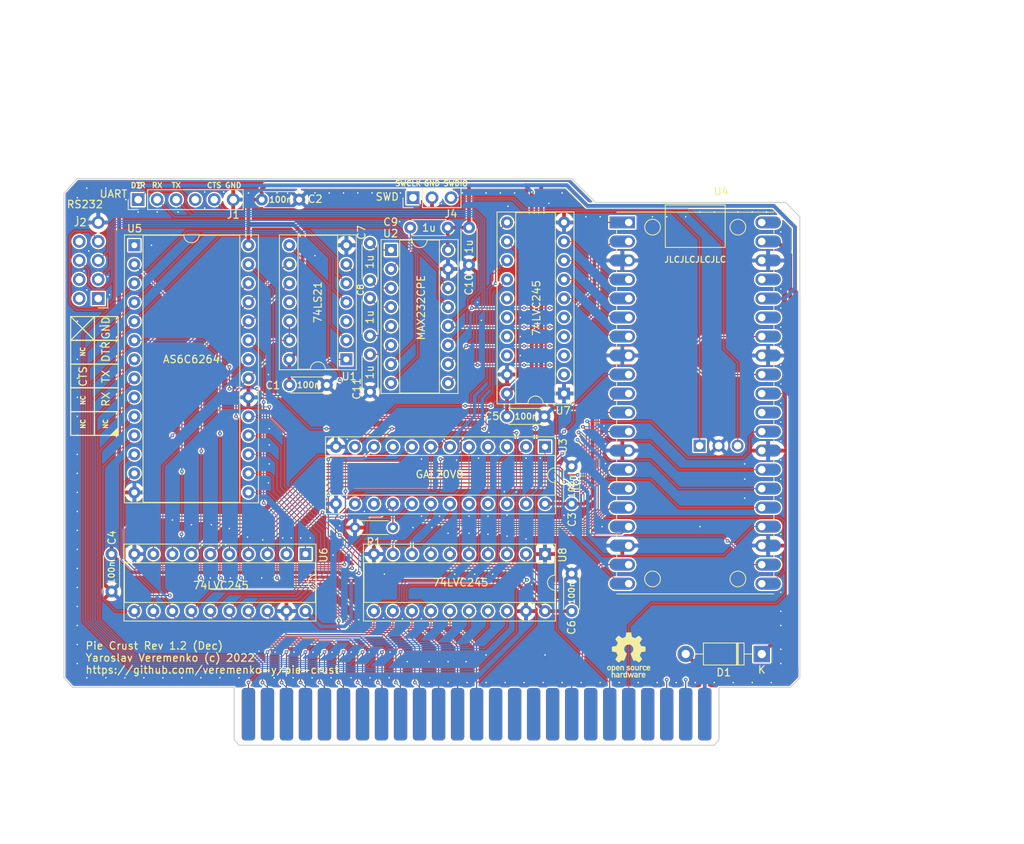
<source format=kicad_pcb>
(kicad_pcb (version 20211014) (generator pcbnew)
  (title_block (title "Pie Crust") (rev "1.1") (company "Yaroslav Veremenko"))
  (layers (0 "F.Cu" signal) (31 "B.Cu" signal) (34 "B.Paste" user) (35 "F.Paste" user) (36 "B.SilkS" user "B.Silkscreen") (37 "F.SilkS" user "F.Silkscreen") (38 "B.Mask" user) (39 "F.Mask" user) (44 "Edge.Cuts" user))
  (net 0 "")
  (net 1 "+5V")
  (net 2 "GND")
  (net 3 "Net-(C7-Pad1)")
  (net 4 "/~{IOSELECT}")
  (net 5 "/A0")
  (net 6 "/A1")
  (net 7 "/A2")
  (net 8 "/A3")
  (net 9 "/A4")
  (net 10 "/A5")
  (net 11 "/A6")
  (net 12 "/A7")
  (net 13 "/A8")
  (net 14 "/A9")
  (net 15 "/A10")
  (net 16 "/A11")
  (net 17 "Net-(C7-Pad2)")
  (net 18 "Net-(C11-Pad1)")
  (net 19 "PICO_PWR")
  (net 21 "/R{slash}~{W}")
  (net 22 "/~{IOSTROBE}")
  (net 23 "/INT")
  (net 24 "/DMA")
  (net 25 "/~{IRQ}")
  (net 26 "/~{RESET}")
  (net 27 "/PHI1")
  (net 28 "/~{DEVSELECT}")
  (net 29 "/D7")
  (net 30 "/D6")
  (net 31 "/D5")
  (net 32 "/D4")
  (net 33 "/D3")
  (net 34 "/D2")
  (net 35 "/D1")
  (net 36 "/D0")
  (net 37 "/RX")
  (net 38 "/TX")
  (net 39 "/DTR")
  (net 40 "/CTS")
  (net 42 "/RAM_A12")
  (net 43 "/~{RAM_OE}")
  (net 44 "/RAM_EN")
  (net 46 "/PD7")
  (net 47 "/PD6")
  (net 48 "/PD5")
  (net 49 "/PD4")
  (net 50 "/PD3")
  (net 51 "/PD2")
  (net 52 "/PD1")
  (net 53 "/PD0")
  (net 54 "+3.3V")
  (net 59 "/R{slash}~{W}3V")
  (net 60 "/~{DEVSELECT3V}")
  (net 61 "/~{RESET3V}")
  (net 62 "/PI_EN3V")
  (net 63 "/PI_EN")
  (net 68 "/PA7")
  (net 69 "/PA6")
  (net 70 "/PA5")
  (net 71 "/PA4")
  (net 72 "/PA3")
  (net 73 "/PA2")
  (net 74 "/PA1")
  (net 75 "/PA0")
  (net 76 "/FF1")
  (net 77 "/FF2")
  (net 78 "/INHIBIT")
  (net 84 "Net-(C8-Pad1)")
  (net 85 "Net-(C8-Pad2)")
  (net 87 "Net-(C9-Pad2)")
  (net 90 "/RX12")
  (net 91 "/TX12")
  (net 92 "/DTR12")
  (net 93 "/CTS12")
  (net 97 "/PI_OE")
  (net 113 "/SWCLK")
  (net 114 "/SWDIO")
  (footprint "Capacitor_THT:C_Disc_D4.3mm_W1.9mm_P5.00mm" (layer "F.Cu") (at 82.286 37.809 -90)
    (fp_text reference "C7")
    (fp_text value "1u")
  )
  (footprint "Capacitor_THT:C_Disc_D4.3mm_W1.9mm_P5.00mm" (layer "F.Cu") (at 82.286 52.6788 -90)
    (fp_text reference "C11")
    (fp_text value "1u")
  )
  (footprint "Package_DIP:DIP-20_W7.62mm_Socket" (layer "F.Cu") (at 105.664 79.356998 -90)
    (fp_text reference "U8")
    (fp_text value "74LVC245")
  )
  (footprint "yaros:PinHeader_2x05_RS232" (layer "F.Cu") (at 45.974 45.212 180)
    (fp_text reference "J2")
    (fp_text value "RS232")
  )
  (footprint "Symbol:OSHW-Logo_5.7x6mm_SilkScreen" (layer "F.Cu") (at 116.84 92.837)
    (fp_text reference "REF**" hide)
    (fp_text value "OSHW-Logo_5.7x6mm_SilkScreen" hide)
  )
  (footprint "Capacitor_THT:C_Disc_D4.3mm_W1.9mm_P5.00mm" (layer "F.Cu") (at 47.752 79.356998 -90)
    (fp_text reference "C4")
    (fp_text value "100n")
  )
  (footprint "Capacitor_THT:C_Disc_D4.3mm_W1.9mm_P5.00mm" (layer "F.Cu") (at 82.286 45.175 -90)
    (fp_text reference "C8")
    (fp_text value "1u")
  )
  (footprint "Connector_PinHeader_2.54mm:PinHeader_1x06_P2.54mm_Vertical" (layer "F.Cu") (at 51.308 32.004 90)
    (fp_text reference "J1")
    (fp_text value "TTL Serial")
  )
  (footprint "Capacitor_THT:C_Disc_D4.3mm_W1.9mm_P5.00mm" (layer "F.Cu") (at 95.504 35.727 -90)
    (fp_text reference "C10")
    (fp_text value "1u")
  )
  (footprint "Package_DIP:DIP-28_W15.24mm_Socket" (layer "F.Cu") (at 50.8 38.1)
    (fp_text reference "U5")
    (fp_text value "AS6C6264")
  )
  (footprint "Capacitor_THT:C_Disc_D4.3mm_W1.9mm_P5.00mm" (layer "F.Cu") (at 92.66 35.7478 180)
    (fp_text reference "C9")
    (fp_text value "1u")
  )
  (footprint "Capacitor_THT:C_Disc_D4.3mm_W1.9mm_P5.00mm" (layer "F.Cu") (at 109.22 72.634 90)
    (fp_text reference "C3")
    (fp_text value "100n")
  )
  (footprint "Capacitor_THT:C_Disc_D4.3mm_W1.9mm_P5.00mm" (layer "F.Cu") (at 109.22 86.976998 90)
    (fp_text reference "C6")
    (fp_text value "100n")
  )
  (footprint "Package_DIP:DIP-14_W7.62mm_Socket" (layer "F.Cu") (at 79.121 53.34 180)
    (fp_text reference "U1")
    (fp_text value "74LS21")
  )
  (footprint "Capacitor_THT:C_Disc_D4.3mm_W1.9mm_P5.00mm" (layer "F.Cu") (at 71.511 56.769)
    (fp_text reference "C1")
    (fp_text value "100n")
  )
  (footprint "Package_DIP:DIP-16_W7.62mm_Socket" (layer "F.Cu") (at 85.09 38.735)
    (fp_text reference "U2")
    (fp_text value "MAX232CPE")
  )
  (footprint "yaros:Apple II Expansion Edge Connector" (layer "F.Cu") (at 80.01 95.9725)
    (fp_text reference "J3")
    (fp_text value "Apple II Expansion Slot")
  )
  (footprint "Package_DIP:DIP-24_W7.62mm_Socket" (layer "F.Cu") (at 105.664 65.024 -90)
    (fp_text reference "U3")
    (fp_text value "GAL20V8")
  )
  (footprint "Capacitor_THT:C_Disc_D4.3mm_W1.9mm_P5.00mm" (layer "F.Cu") (at 100.584 60.96)
    (fp_text reference "C5")
    (fp_text value "100n")
  )
  (footprint "yaros:Pi Pico W Socket_Comb" (layer "F.Cu") (at 115.23 33.682)
    (fp_text reference "U4")
    (fp_text value "Pi Pico W")
  )
  (footprint "Diode_THT:D_DO-41_SOD81_P10.16mm_Horizontal" (layer "F.Cu") (at 134.62 92.71 180)
    (fp_text reference "D1")
    (fp_text value "1N5817")
  )
  (footprint "Capacitor_THT:C_Disc_D4.3mm_W1.9mm_P5.00mm" (layer "F.Cu") (at 67.818 32.004)
    (fp_text reference "C2")
    (fp_text value "100n")
  )
  (footprint "Resistor_THT:R_Axial_DIN0204_L3.6mm_D1.6mm_P5.08mm_Horizontal" (layer "F.Cu") (at 85.344 75.819 180)
    (fp_text reference "R1")
    (fp_text value "1k")
  )
  (footprint "Connector_PinHeader_2.54mm:PinHeader_1x03_P2.54mm_Vertical" (layer "F.Cu") (at 88.026 31.75 90)
    (fp_text reference "J4")
    (fp_text value "SWD")
  )
  (footprint "Package_DIP:DIP-20_W7.62mm_Socket" (layer "F.Cu") (at 108.204 57.912 180)
    (fp_text reference "U7")
    (fp_text value "74LVC245")
  )
  (footprint "Package_DIP:DIP-20_W7.62mm_Socket" (layer "F.Cu") (at 73.66 79.356998 -90)
    (fp_text reference "U6")
    (fp_text value "74LVC245")
  )
  (gr_rect (start 42.291 53.975) (end 45.466 57.15) (layer "F.SilkS") (width 0.15) (fill none))
  (gr_rect (start 45.466 50.8) (end 48.641 53.975) (layer "F.SilkS") (width 0.15) (fill none))
  (gr_rect (start 45.466 57.15) (end 48.641 60.325) (layer "F.SilkS") (width 0.15) (fill none))
  (gr_line (start 42.291 47.625) (end 45.466 50.8) (layer "F.SilkS") (width 0.15))
  (gr_rect (start 45.466 57.15) (end 48.641 53.975) (layer "F.SilkS") (width 0.15) (fill none))
  (gr_rect (start 45.466 60.325) (end 48.641 63.5) (layer "F.SilkS") (width 0.15) (fill none))
  (gr_line (start 42.291 50.8) (end 45.466 47.625) (layer "F.SilkS") (width 0.15))
  (gr_rect (start 42.291 50.8) (end 45.466 53.975) (layer "F.SilkS") (width 0.15) (fill none))
  (gr_rect (start 45.466 50.8) (end 48.641 47.625) (layer "F.SilkS") (width 0.15) (fill none))
  (gr_rect (start 42.291 57.15) (end 45.466 60.325) (layer "F.SilkS") (width 0.15) (fill none))
  (gr_rect (start 42.291 60.325) (end 45.466 63.5) (layer "F.SilkS") (width 0.15) (fill none))
  (gr_rect (start 42.291 47.625) (end 45.466 50.8) (layer "F.SilkS") (width 0.15) (fill none))
  (gr_poly (pts (xy 48.641 63.5) (xy 47.625 63.5) (xy 48.641 62.484)) (layer "F.SilkS") (width 0.15) (fill solid))
  (gr_line (start 138.43 97.155) (end 128.905 97.155) (layer "Edge.Cuts") (width 0.15))
  (gr_line (start 41.402 95.885) (end 42.545 97.155) (layer "Edge.Cuts") (width 0.15))
  (gr_line (start 139.7 95.885) (end 138.43 97.155) (layer "Edge.Cuts") (width 0.15))
  (gr_line (start 64.135 104.14) (end 64.77 104.902) (layer "Edge.Cuts") (width 0.15))
  (gr_line (start 109.22 29.21) (end 112.395 32.385) (layer "Edge.Cuts") (width 0.15))
  (gr_line (start 109.22 29.21) (end 43.18 29.21) (layer "Edge.Cuts") (width 0.15))
  (gr_line (start 139.7 95.885) (end 139.7 34.29) (layer "Edge.Cuts") (width 0.15))
  (gr_line (start 41.402 31.115) (end 41.402 95.885) (layer "Edge.Cuts") (width 0.15))
  (gr_line (start 64.135 97.155) (end 42.545 97.155) (layer "Edge.Cuts") (width 0.15))
  (gr_line (start 64.135 97.155) (end 64.135 104.14) (layer "Edge.Cuts") (width 0.15))
  (gr_line (start 128.905 104.14) (end 128.27 104.902) (layer "Edge.Cuts") (width 0.15))
  (gr_line (start 41.402 31.115) (end 43.18 29.21) (layer "Edge.Cuts") (width 0.15))
  (gr_line (start 128.905 97.155) (end 128.905 104.14) (layer "Edge.Cuts") (width 0.15))
  (gr_line (start 137.795 32.385) (end 139.7 34.29) (layer "Edge.Cuts") (width 0.15))
  (gr_line (start 64.77 104.902) (end 128.27 104.902) (layer "Edge.Cuts") (width 0.15))
  (gr_line (start 137.795 32.385) (end 137.795 32.385) (layer "Edge.Cuts") (width 0.1))
  (gr_line (start 112.395 32.385) (end 137.795 32.385) (layer "Edge.Cuts") (width 0.15))
  (gr_text "TX" (at 56.388 30.099) (layer "F.SilkS") (effects (font (size 0.7 0.7))))
  (gr_text "TX" (at 46.99 55.626 90) (layer "F.SilkS") (effects (font (size 1 1))))
  (gr_text "GND" (at 90.551 29.845) (layer "F.SilkS") (effects (font (size 0.7 0.7))))
  (gr_text "CTS\n" (at 61.468 30.099) (layer "F.SilkS") (effects (font (size 0.7 0.7))))
  (gr_text "NC" (at 43.942 61.976 90) (layer "F.SilkS") (effects (font (size 0.6 0.6))))
  (gr_text "JLCJLCJLCJLC" (at 125.73 40.005) (layer "F.SilkS") (effects (font (size 0.8 0.8))))
  (gr_text "SWCLK\n" (at 87.376 29.845) (layer "F.SilkS") (effects (font (size 0.7 0.7))))
  (gr_text "UART" (at 48.006 31.242) (layer "F.SilkS") (effects (font (size 1 1))))
  (gr_text "GND" (at 64.008 30.099) (layer "F.SilkS") (effects (font (size 0.7 0.7))))
  (gr_text "DTR" (at 46.99 52.324 90) (layer "F.SilkS") (effects (font (size 1 1))))
  (gr_text "NC" (at 43.9166 52.324 90) (layer "F.SilkS") (effects (font (size 0.6 0.6))))
  (gr_text "Pie Crust Rev 1.2 (Dec)\nYaroslav Veremenko (c) 2022\nhttps://github.com/veremenko-y/pie-crust" (at 44.196 93.218) (layer "F.SilkS") (effects (font (size 1 1)) (justify left)))
  (gr_text "NC" (at 43.942 58.801 90) (layer "F.SilkS") (effects (font (size 0.6 0.6))))
  (gr_text "SWD" (at 84.582 31.623) (layer "F.SilkS") (effects (font (size 1 1))))
  (gr_text "NC" (at 46.9646 61.976 90) (layer "F.SilkS") (effects (font (size 0.6 0.6))))
  (gr_text "RS232" (at 44.196 32.639) (layer "F.SilkS") (effects (font (size 1 1))))
  (gr_text "RX" (at 46.99 58.674 90) (layer "F.SilkS") (effects (font (size 1 1))))
  (gr_text "SWDIO" (at 93.726 29.845) (layer "F.SilkS") (effects (font (size 0.7 0.7))))
  (gr_text "DTR" (at 51.308 30.099) (layer "F.SilkS") (effects (font (size 0.7 0.7))))
  (gr_text "RX" (at 53.848 30.099) (layer "F.SilkS") (effects (font (size 0.7 0.7))))
  (gr_text "GND" (at 46.99 49.149 90) (layer "F.SilkS") (effects (font (size 1 1))))
  (gr_text "CTS" (at 43.942 55.626 90) (layer "F.SilkS") (effects (font (size 1 1))))
  (segment (start 73.279 51.562) (end 71.501 53.34) (width 0.5) (layer "F.Cu") (net 1))
  (segment (start 92.66 36.205) (end 92.66 38.685) (width 0.5) (layer "F.Cu") (net 1))
  (segment (start 108.585 30.099) (end 95.631 30.099) (width 0.5) (layer "F.Cu") (net 1))
  (segment (start 112.014499 71.500501) (end 112.014499 60.706499) (width 0.5) (layer "F.Cu") (net 1))
  (segment (start 136.213 32.835) (end 111.321 32.835) (width 0.5) (layer "F.Cu") (net 1))
  (segment (start 112.014499 60.706499) (end 111.125 59.817) (width 0.5) (layer "F.Cu") (net 1))
  (segment (start 95.377 30.099) (end 68.326 30.099) (width 0.5) (layer "F.Cu") (net 1))
  (segment (start 95.631 30.099) (end 95.504 30.226) (width 0.5) (layer "F.Cu") (net 1))
  (segment (start 95.504 30.226) (end 95.504 35.727) (width 0.5) (layer "F.Cu") (net 1))
  (segment (start 67.818 30.607) (end 68.326 30.099) (width 0.5) (layer "F.Cu") (net 1))
  (segment (start 67.818 32.004) (end 67.818 30.607) (width 0.5) (layer "F.Cu") (net 1))
  (segment (start 71.511 56.769) (end 71.511 53.35) (width 0.5) (layer "F.Cu") (net 1))
  (segment (start 73.279 36.576) (end 73.279 51.562) (width 0.5) (layer "F.Cu") (net 1))
  (segment (start 92.66 35.7478) (end 95.3562 35.7478) (width 0.5) (layer "F.Cu") (net 1))
  (segment (start 105.156 58.166) (end 105.156 30.226) (width 0.5) (layer "F.Cu") (net 1))
  (segment (start 127 95.25) (end 124.46 92.71) (width 0.5) (layer "F.Cu") (net 1))
  (segment (start 139.065 35.687) (end 136.213 32.835) (width 0.5) (layer "F.Cu") (net 1))
  (segment (start 127 101.0525) (end 127 95.25) (width 0.5) (layer "F.Cu") (net 1))
  (segment (start 95.504 30.226) (end 95.377 30.099) (width 0.5) (layer "F.Cu") (net 1))
  (segment (start 72.009 35.306) (end 73.279 36.576) (width 0.5) (layer "F.Cu") (net 1))
  (segment (start 66.421 32.004) (end 67.818 32.004) (width 0.5) (layer "F.Cu") (net 1))
  (segment (start 137.922 95.25) (end 139.065 94.107) (width 0.5) (layer "F.Cu") (net 1))
  (segment (start 127 95.25) (end 137.922 95.25) (width 0.5) (layer "F.Cu") (net 1))
  (segment (start 66.04 32.385) (end 66.421 32.004) (width 0.5) (layer "F.Cu") (net 1))
  (segment (start 106.807 59.817) (end 105.156 58.166) (width 0.5) (layer "F.Cu") (net 1))
  (segment (start 111.125 59.817) (end 106.807 59.817) (width 0.5) (layer "F.Cu") (net 1))
  (segment (start 66.04 35.306) (end 72.009 35.306) (width 0.5) (layer "F.Cu") (net 1))
  (segment (start 105.674 72.634) (end 110.881 72.634) (width 0.5) (layer "F.Cu") (net 1))
  (segment (start 139.065 94.107) (end 139.065 35.687) (width 0.5) (layer "F.Cu") (net 1))
  (segment (start 110.881 72.634) (end 112.014499 71.500501) (width 0.5) (layer "F.Cu") (net 1))
  (segment (start 66.04 32.385) (end 66.04 38.1) (width 0.5) (layer "F.Cu") (net 1))
  (segment (start 111.321 32.835) (end 108.585 30.099) (width 0.5) (layer "F.Cu") (net 1))
  (segment (start 50.8 80.4672) (end 50.8 79.756) (width 0.5) (layer "F.Cu") (net 2))
  (via (at 103.124 77.343) (size 0.5) (drill 0.2) (layers "F.Cu" "B.Cu") (net 2))
  (via (at 79.248 64.008) (size 0.5) (drill 0.2) (layers "F.Cu" "B.Cu") (net 2))
  (via (at 49.53 95.885) (size 0.5) (drill 0.2) (layers "F.Cu" "B.Cu") (net 2))
  (via (at 47.244 42.291) (size 0.5) (drill 0.2) (layers "F.Cu" "B.Cu") (net 2))
  (via (at 71.266031 31.142879) (size 0.5) (drill 0.2) (layers "F.Cu" "B.Cu") (net 2))
  (via (at 47.498 44.704) (size 0.5) (drill 0.2) (layers "F.Cu" "B.Cu") (net 2))
  (via (at 131.445 33.655) (size 0.5) (drill 0.2) (layers "F.Cu" "B.Cu") (net 2))
  (via (at 93.853 66.802) (size 0.5) (drill 0.2) (layers "F.Cu" "B.Cu") (net 2))
  (via (at 46.228 48.895) (size 0.5) (drill 0.2) (layers "F.Cu" "B.Cu") (net 2))
  (via (at 128.27 96.52) (size 0.5) (drill 0.2) (layers "F.Cu" "B.Cu") (net 2))
  (via (at 60.96 82.55) (size 0.5) (drill 0.2) (layers "F.Cu" "B.Cu") (net 2))
  (via (at 82.55 31.115) (size 0.5) (drill 0.2) (layers "F.Cu" "B.Cu") (net 2))
  (via (at 99.314 66.167) (size 0.5) (drill 0.2) (layers "F.Cu" "B.Cu") (net 2))
  (via (at 44.704 38.862) (size 0.5) (drill 0.2) (layers "F.Cu" "B.Cu") (net 2))
  (via (at 132.334 71.882) (size 0.5) (drill 0.2) (layers "F.Cu" "B.Cu") (net 2))
  (via (at 68.834 67.31) (size 0.5) (drill 0.2) (layers "F.Cu" "B.Cu") (net 2))
  (via (at 107.95 96.52) (size 0.5) (drill 0.2) (layers "F.Cu" "B.Cu") (net 2))
  (via (at 102.87 96.52) (size 0.5) (drill 0.2) (layers "F.Cu" "B.Cu") (net 2))
  (via (at 120.65 96.52) (size 0.5) (drill 0.2) (layers "F.Cu" "B.Cu") (net 2))
  (via (at 69.596 92.456) (size 0.5) (drill 0.2) (layers "F.Cu" "B.Cu") (net 2))
  (via (at 100.584 74.168) (size 0.5) (drill 0.2) (layers "F.Cu" "B.Cu") (net 2))
  (via (at 71.755 77.216) (size 0.5) (drill 0.2) (layers "F.Cu" "B.Cu") (net 2))
  (via (at 70.612 77.216) (size 0.5) (drill 0.2) (layers "F.Cu" "B.Cu") (net 2))
  (via (at 102.362 47.752) (size 0.5) (drill 0.2) (layers "F.Cu" "B.Cu") (net 2))
  (via (at 69.469 95.885) (size 0.5) (drill 0.2) (layers "F.Cu" "B.Cu") (net 2))
  (via (at 43.18 86.36) (size 0.5) (drill 0.2) (layers "F.Cu" "B.Cu") (net 2))
  (via (at 88.011 75.819) (size 0.5) (drill 0.2) (layers "F.Cu" "B.Cu") (net 2))
  (via (at 56.642 33.655) (size 0.5) (drill 0.2) (layers "F.Cu" "B.Cu") (net 2))
  (via (at 101.8032 71.0692) (size 0.5) (drill 0.2) (layers "F.Cu" "B.Cu") (net 2))
  (via (at 43.18 55.88) (size 0.5) (drill 0.2) (layers "F.Cu" "B.Cu") (net 2))
  (via (at 126.365 33.655) (size 0.5) (drill 0.2) (layers "F.Cu" "B.Cu") (net 2))
  (via (at 97.79 31.115) (size 0.5) (drill 0.2) (layers "F.Cu" "B.Cu") (net 2))
  (via (at 91.567 74.295) (size 0.5) (drill 0.2) (layers "F.Cu" "B.Cu") (net 2))
  (via (at 44.069 41.529) (size 0.5) (drill 0.2) (layers "F.Cu" "B.Cu") (net 2))
  (via (at 113.7412 67.2592) (size 0.5) (drill 0.2) (layers "F.Cu" "B.Cu") (net 2))
  (via (at 90.17 93.726) (size 0.5) (drill 0.2) (layers "F.Cu" "B.Cu") (net 2))
  (via (at 98.679 82.042) (size 0.5) (drill 0.2) (layers "F.Cu" "B.Cu") (net 2))
  (via (at 137.16 71.882) (size 0.5) (drill 0.2) (layers "F.Cu" "B.Cu") (net 2))
  (via (at 89.154 88.011) (size 0.5) (drill 0.2) (layers "F.Cu" "B.Cu") (net 2))
  (via (at 137.16 69.342) (size 0.5) (drill 0.2) (layers "F.Cu" "B.Cu") (net 2))
  (via (at 137.16 93.98) (size 0.5) (drill 0.2) (layers "F.Cu" "B.Cu") (net 2))
  (via (at 43.18 34.29) (size 0.5) (drill 0.2) (layers "F.Cu" "B.Cu") (net 2))
  (via (at 92.71 76.581) (size 0.5) (drill 0.2) (layers "F.Cu" "B.Cu") (net 2))
  (via (at 87.249 93.726) (size 0.5) (drill 0.2) (layers "F.Cu" "B.Cu") (net 2))
  (via (at 43.18 48.26) (size 0.5) (drill 0.2) (layers "F.Cu" "B.Cu") (net 2))
  (via (at 90.17 96.52) (size 0.5) (drill 0.2) (layers "F.Cu" "B.Cu") (net 2))
  (via (at 137.16 61.722) (size 0.5) (drill 0.2) (layers "F.Cu" "B.Cu") (net 2))
  (via (at 44.45 44.069) (size 0.5) (drill 0.2) (layers "F.Cu" "B.Cu") (net 2))
  (via (at 97.79 96.52) (size 0.5) (drill 0.2) (layers "F.Cu" "B.Cu") (net 2))
  (via (at 105.41 96.52) (size 0.5) (drill 0.2) (layers "F.Cu" "B.Cu") (net 2))
  (via (at 120.015 34.29) (size 0.5) (drill 0.2) (layers "F.Cu" "B.Cu") (net 2))
  (via (at 96.647 45.72) (size 0.5) (drill 0.2) (layers "F.Cu" "B.Cu") (net 2))
  (via (at 60.198 30.988) (size 0.5) (drill 0.2) (layers "F.Cu" "B.Cu") (net 2))
  (via (at 61.087 75.438) (size 0.5) (drill 0.2) (layers "F.Cu" "B.Cu") (net 2))
  (via (at 65.913 77.089) (size 0.5) (drill 0.2) (layers "F.Cu" "B.Cu") (net 2))
  (via (at 115.57 96.52) (size 0.5) (drill 0.2) (layers "F.Cu" "B.Cu") (net 2))
  (via (at 135.89 96.52) (size 0.5) (drill 0.2) (layers "F.Cu" "B.Cu") (net 2))
  (via (at 63.5 75.946) (size 0.5) (drill 0.2) (layers "F.Cu" "B.Cu") (net 2))
  (via (at 130.81 96.52) (size 0.5) (drill 0.2) (layers "F.Cu" "B.Cu") (net 2))
  (via (at 46.99 95.885) (size 0.5) (drill 0.2) (layers "F.Cu" "B.Cu") (net 2))
  (via (at 76.835 31.115) (size 0.5) (drill 0.2) (layers "F.Cu" "B.Cu") (net 2))
  (via (at 118.11 96.52) (size 0.5) (drill 0.2) (layers "F.Cu" "B.Cu") (net 2))
  (via (at 123.19 96.52) (size 0.5) (drill 0.2) (layers "F.Cu" "B.Cu") (net 2))
  (via (at 43.18 81.28) (size 0.5) (drill 0.2) (layers "F.Cu" "B.Cu") (net 2))
  (via (at 137.16 86.995) (size 0.5) (drill 0.2) (layers "F.Cu" "B.Cu") (net 2))
  (via (at 137.16 54.102) (size 0.5) (drill 0.2) (layers "F.Cu" "B.Cu") (net 2))
  (via (at 84.963 92.456) (size 0.5) (drill 0.2) (layers "F.Cu" "B.Cu") (net 2))
  (via (at 137.16 36.322) (size 0.5) (drill 0.2) (layers "F.Cu" "B.Cu") (net 2))
  (via (at 113.538 62.23) (size 0.5) (drill 0.2) (layers "F.Cu" "B.Cu") (net 2))
  (via (at 69.85 31.115) (size 0.5) (drill 0.2) (layers "F.Cu" "B.Cu") (net 2))
  (via (at 137.16 88.9) (size 0.5) (drill 0.2) (layers "F.Cu" "B.Cu") (net 2))
  (via (at 43.18 53.34) (size 0.5) (drill 0.2) (layers "F.Cu" "B.Cu") (net 2))
  (via (at 68.834 64.77) (size 0.5) (drill 0.2) (layers "F.Cu" "B.Cu") (net 2))
  (via (at 110.49 96.52) (size 0.5) (drill 0.2) (layers "F.Cu" "B.Cu") (net 2))
  (via (at 50.8 80.4672) (size 0.5) (drill 0.2) (layers "F.Cu" "B.Cu") (net 2))
  (via (at 91.821 32.512) (size 0.5) (drill 0.2) (layers "F.Cu" "B.Cu") (net 2))
  (via (at 137.16 66.802) (size 0.5) (drill 0.2) (layers "F.Cu" "B.Cu") (net 2))
  (via (at 68.834 62.611) (size 0.5) (drill 0.2) (layers "F.Cu" "B.Cu") (net 2))
  (via (at 74.295 77.216) (size 0.5) (drill 0.2) (layers "F.Cu" "B.Cu") (net 2))
  (via (at 77.089 95.885) (size 0.5) (drill 0.2) (layers "F.Cu" "B.Cu") (net 2))
  (via (at 51.308 33.655) (size 0.5) (drill 0.2) (layers "F.Cu" "B.Cu") (net 2))
  (via (at 43.18 68.58) (size 0.5) (drill 0.2) (layers "F.Cu" "B.Cu") (net 2))
  (via (at 73.025 77.216) (size 0.5) (drill 0.2) (layers "F.Cu" "B.Cu") (net 2))
  (via (at 97.155 48.133) (size 0.5) (drill 0.2) (layers "F.Cu" "B.Cu") (net 2))
  (via (at 52.07 95.885) (size 0.5) (drill 0.2) (layers "F.Cu" "B.Cu") (net 2))
  (via (at 64.77 95.885) (size 0.5) (drill 0.2) (layers "F.Cu" "B.Cu") (net 2))
  (via (at 62.738 30.988) (size 0.5) (drill 0.2) (layers "F.Cu" "B.Cu") (net 2))
  (via (at 43.18 66.04) (size 0.5) (drill 0.2) (layers "F.Cu" "B.Cu") (net 2))
  (via (at 78.232 75.565) (size 0.5) (drill 0.2) (layers "F.Cu" "B.Cu") (net 2))
  (via (at 101.6 31.115) (size 0.5) (drill 0.2) (layers "F.Cu" "B.Cu") (net 2))
  (via (at 74.93 31.115) (size 0.5) (drill 0.2) (layers "F.Cu" "B.Cu") (net 2))
  (via (at 44.45 95.885) (size 0.5) (drill 0.2) (layers "F.Cu" "B.Cu") (net 2))
  (via (at 97.79 92.837) (size 0.5) (drill 0.2) (layers "F.Cu" "B.Cu") (net 2))
  (via (at 137.16 43.942) (size 0.5) (drill 0.2) (layers "F.Cu" "B.Cu") (net 2))
  (via (at 103.886 83.439) (size 0.5) (drill 0.2) (layers "F.Cu" "B.Cu") (net 2))
  (via (at 100.711 32.893) (size 0.5) (drill 0.2) (layers "F.Cu" "B.Cu") (net 2))
  (via (at 93.599 82.042) (size 0.5) (drill 0.2) (layers "F.Cu" "B.Cu") (net 2))
  (via (at 132.334 69.342) (size 0.5) (drill 0.2) (layers "F.Cu" "B.Cu") (net 2))
  (via (at 77.343 79.502) (size 0.5) (drill 0.2) (layers "F.Cu" "B.Cu") (net 2))
  (via (at 86.36 31.115) (size 0.5) (drill 0.2) (layers "F.Cu" "B.Cu") (net 2))
  (via (at 55.88 74.803) (size 0.5) (drill 0.2) (layers "F.Cu" "B.Cu") (net 2))
  (via (at 125.73 96.52) (size 0.5) (drill 0.2) (layers "F.Cu" "B.Cu") (net 2))
  (via (at 58.42 75.438) (size 0.5) (drill 0.2) (layers "F.Cu" "B.Cu") (net 2))
  (via (at 74.93 39.497) (size 0.5) (drill 0.2) (layers "F.Cu" "B.Cu") (net 2))
  (via (at 49.657 32.004) (size 0.5) (drill 0.2) (layers "F.Cu" "B.Cu") (net 2))
  (via (at 43.18 71.12) (size 0.5) (drill 0.2) (layers "F.Cu" "B.Cu") (net 2))
  (via (at 105.029 66.548) (size 0.5) (drill 0.2) (layers "F.Cu" "B.Cu") (net 2))
  (via (at 79.756 92.456) (size 0.5) (drill 0.2) (layers "F.Cu" "B.Cu") (net 2))
  (via (at 113.03 96.52) (size 0.5) (drill 0.2) (layers "F.Cu" "B.Cu") (net 2))
  (via (at 137.16 49.022) (size 0.5) (drill 0.2) (layers "F.Cu" "B.Cu") (net 2))
  (via (at 111.125 34.29) (size 0.5) (drill 0.2) (layers "F.Cu" "B.Cu") (net 2))
  (via (at 90.551 75.819) (size 0.5) (drill 0.2) (layers "F.Cu" "B.Cu") (net 2))
  (via (at 92.71 96.52) (size 0.5) (drill 0.2) (layers "F.Cu" "B.Cu") (net 2))
  (via (at 80.645 31.115) (size 0.5) (drill 0.2) (layers "F.Cu" "B.Cu") (net 2))
  (via (at 43.18 31.75) (size 0.5) (drill 0.2) (layers "F.Cu" "B.Cu") (net 2))
  (via (at 95.504 74.295) (size 0.5) (drill 0.2) (layers "F.Cu" "B.Cu") (net 2))
  (via (at 79.756 95.885) (size 0.5) (drill 0.2) (layers "F.Cu" "B.Cu") (net 2))
  (via (at 72.009 95.885) (size 0.5) (drill 0.2) (layers "F.Cu" "B.Cu") (net 2))
  (via (at 60.198 33.147) (size 0.5) (drill 0.2) (layers "F.Cu" "B.Cu") (net 2))
  (via (at 137.16 59.182) (size 0.5) (drill 0.2) (layers "F.Cu" "B.Cu") (net 2))
  (via (at 106.172 32.512) (size 0.5) (drill 0.2) (layers "F.Cu" "B.Cu") (net 2))
  (via (at 80.772 88.138) (size 0.5) (drill 0.2) (layers "F.Cu" "B.Cu") (net 2))
  (via (at 124.46 34.29) (size 0.5) (drill 0.2) (layers "F.Cu" "B.Cu") (net 2))
  (via (at 92.71 93.726) (size 0.5) (drill 0.2) (layers "F.Cu" "B.Cu") (net 2))
  (via (at 84.455 31.115) (size 0.5) (drill 0.2) (layers "F.Cu" "B.Cu") (net 2))
  (via (at 46.99 30.48) (size 0.5) (drill 0.2) (layers "F.Cu" "B.Cu") (net 2))
  (via (at 43.18 60.96) (size 0.5) (drill 0.2) (layers "F.Cu" "B.Cu") (net 2))
  (via (at 133.35 33.655) (size 0.5) (drill 0.2) (layers "F.Cu" "B.Cu") (net 2))
  (via (at 132.334 67.31) (size 0.5) (drill 0.2) (layers "F.Cu" "B.Cu") (net 2))
  (via (at 100.33 96.52) (size 0.5) (drill 0.2) (layers "F.Cu" "B.Cu") (net 2))
  (via (at 43.18 63.5) (size 0.5) (drill 0.2) (layers "F.Cu" "B.Cu") (net 2))
  (via (at 66.04 31.115) (size 0.5) (drill 0.2) (layers "F.Cu" "B.Cu") (net 2))
  (via (at 43.18 73.66) (size 0.5) (drill 0.2) (layers "F.Cu" "B.Cu") (net 2))
  (via (at 98.044 74.295) (size 0.5) (drill 0.2) (layers "F.Cu" "B.Cu") (net 2))
  (via (at 137.16 84.455) (size 0.5) (drill 0.2) (layers "F.Cu" "B.Cu") (net 2))
  (via (at 43.18 58.42) (size 0.5) (drill 0.2) (layers "F.Cu" "B.Cu") (net 2))
  (via (at 89.154 66.675) (size 0.5) (drill 0.2) (layers "F.Cu" "B.Cu") (net 2))
  (via (at 43.18 50.8) (size 0.5) (drill 0.2) (layers "F.Cu" "B.Cu") (net 2))
  (via (at 68.707 69.85) (size 0.5) (drill 0.2) (layers "F.Cu" "B.Cu") (net 2))
  (via (at 62.992 78.105) (size 0.5) (drill 0.2) (layers "F.Cu" "B.Cu") (net 2))
  (via (at 103.124 66.548) (size 0.5) (drill 0.2) (layers "F.Cu" "B.Cu") (net 2))
  (via (at 96.774 66.548) (size 0.5) (drill 0.2) (layers "F.Cu" "B.Cu") (net 2))
  (via (at 74.676 92.456) (size 0.5) (drill 0.2) (layers "F.Cu" "B.Cu") (net 2))
  (via (at 67.437 92.329) (size 0.5) (drill 0.2) (layers "F.Cu" "B.Cu") (net 2))
  (via (at 137.16 56.642) (size 0.5) (drill 0.2) (layers "F.Cu" "B.Cu") (net 2))
  (via (at 133.35 96.52) (size 0.5) (drill 0.2) (layers "F.Cu" "B.Cu") (net 2))
  (via (at 63.627 82.55) (size 0.5) (drill 0.2) (layers "F.Cu" "B.Cu") (net 2))
  (via (at 53.086 38.1) (size 0.5) (drill 0.2) (layers "F.Cu" "B.Cu") (net 2))
  (via (at 96.266 82.042) (size 0.5) (drill 0.2) (layers "F.Cu" "B.Cu") (net 2))
  (via (at 86.233 34.925) (size 0.5) (drill 0.2) (layers "F.Cu" "B.Cu") (net 2))
  (via (at 137.16 79.756) (size 0.5) (drill 0.2) (layers "F.Cu" "B.Cu") (net 2))
  (via (at 105.664 92.837) (size 0.5) (drill 0.2) (layers "F.Cu" "B.Cu") (net 2))
  (via (at 113.7412 64.6176) (size 0.5) (drill 0.2) (layers "F.Cu" "B.Cu") (net 2))
  (via (at 89.154 74.295) (size 0.5) (drill 0.2) (layers "F.Cu" "B.Cu") (net 2))
  (via (at 43.18 76.2) (size 0.5) (drill 0.2) (layers "F.Cu" "B.Cu") (net 2))
  (via (at 74.549 95.885) (size 0.5) (drill 0.2) (layers "F.Cu" "B.Cu") (net 2))
  (via (at 44.45 30.48) (size 0.5) (drill 0.2) (layers "F.Cu" "B.Cu") (net 2))
  (via (at 46.228 51.562) (size 0.5) (drill 0.2) (layers "F.Cu" "B.Cu") (net 2))
  (via (at 43.18 93.98) (size 0.5) (drill 0.2) (layers "F.Cu" "B.Cu") (net 2))
  (via (at 84.074 87.884) (size 0.5) (drill 0.2) (layers "F.Cu" "B.Cu") (net 2))
  (via (at 81.534 73.66) (size 0.5) (drill 0.2) (layers "F.Cu" "B.Cu") (net 2))
  (via (at 86.614 88.011) (size 0.5) (drill 0.2) (layers "F.Cu" "B.Cu") (net 2))
  (via (at 95.123 93.726) (size 0.5) (drill 0.2) (layers "F.Cu" "B.Cu") (net 2))
  (via (at 53.848 33.655) (size 0.5) (drill 0.2) (layers "F.Cu" "B.Cu") (net 2))
  (via (at 102.362 50.292) (size 0.5) (drill 0.2) (layers "F.Cu" "B.Cu") (net 2))
  (via (at 137.16 46.482) (size 0.5) (drill 0.2) (layers "F.Cu" "B.Cu") (net 2))
  (via (at 113.284 75.692) (size 0.5) (drill 0.2) (layers "F.Cu" "B.Cu") (net 2))
  (via (at 67.818 82.55) (size 0.5) (drill 0.2) (layers "F.Cu" "B.Cu") (net 2))
  (via (at 54.61 95.885) (size 0.5) (drill 0.2) (layers "F.Cu" "B.Cu") (net 2))
  (via (at 121.92 34.29) (size 0.5) (drill 0.2) (layers "F.Cu" "B.Cu") (net 2))
  (via (at 128.27 33.655) (size 0.5) (drill 0.2) (layers "F.Cu" "B.Cu") (net 2))
  (via (at 108.204 74.168) (size 0.5) (drill 0.2) (layers "F.Cu" "B.Cu") (net 2))
  (via (at 72.136 92.456) (size 0.5) (drill 0.2) (layers "F.Cu" "B.Cu") (net 2))
  (via (at 77.216 92.456) (size 0.5) (drill 0.2) (layers "F.Cu" "B.Cu") (net 2))
  (via (at 43.18 88.9) (size 0.5) (drill 0.2) (layers "F.Cu" "B.Cu") (net 2))
  (via (at 95.25 96.52) (size 0.5) (drill 0.2) (layers "F.Cu" "B.Cu") (net 2))
  (via (at 82.169 92.456) (size 0.5) (drill 0.2) (layers "F.Cu" "B.Cu") (net 2))
  (via (at 62.23 95.885) (size 0.5) (drill 0.2) (layers "F.Cu" "B.Cu") (net 2))
  (via (at 113.03 34.29) (size 0.5) (drill 0.2) (layers "F.Cu" "B.Cu") (net 2))
  (via (at 98.167 63.119) (size 0.5) (drill 0.2) (layers "F.Cu" "B.Cu") (net 2))
  (via (at 43.18 83.82) (size 0.5) (drill 0.2) (layers "F.Cu" "B.Cu") (net 2))
  (via (at 43.18 91.44) (size 0.5) (drill 0.2) (layers "F.Cu" "B.Cu") (net 2))
  (via (at 95.504 76.581) (size 0.5) (drill 0.2) (layers "F.Cu" "B.Cu") (net 2))
  (via (at 82.296 95.885) (size 0.5) (drill 0.2) (layers "F.Cu" "B.Cu") (net 2))
  (via (at 59.69 95.885) (size 0.5) (drill 0.2) (layers "F.Cu" "B.Cu") (net 2))
  (via (at 57.15 95.885) (size 0.5) (drill 0.2) (layers "F.Cu" "B.Cu") (net 2))
  (via (at 94.615 31.115) (size 0.5) (drill 0.2) (layers "F.Cu" "B.Cu") (net 2))
  (via (at 102.362 52.832) (size 0.5) (drill 0.2) (layers "F.Cu" "B.Cu") (net 2))
  (via (at 80.264 76.073) (size 0.5) (drill 0.2) (layers "F.Cu" "B.Cu") (net 2))
  (via (at 84.836 95.885) (size 0.5) (drill 0.2) (layers "F.Cu" "B.Cu") (net 2))
  (via (at 126.365 75.692) (size 0.5) (drill 0.2) (layers "F.Cu" "B.Cu") (net 2))
  (via (at 100.2284 71.0184) (size 0.5) (drill 0.2) (layers "F.Cu" "B.Cu") (net 2))
  (via (at 137.16 64.262) (size 0.5) (drill 0.2) (layers "F.Cu" "B.Cu") (net 2))
  (via (at 98.044 76.708) (size 0.5) (drill 0.2) (layers "F.Cu" "B.Cu") (net 2))
  (via (at 99.695 31.115) (size 0.5) (drill 0.2) (layers "F.Cu" "B.Cu") (net 2))
  (via (at 107.95 31.115) (size 0.5) (drill 0.2) (layers "F.Cu" "B.Cu") (net 2))
  (via (at 84.201 82.042) (size 0.5) (drill 0.2) (layers "F.Cu" "B.Cu") (net 2))
  (via (at 137.16 51.562) (size 0.5) (drill 0.2) (layers "F.Cu" "B.Cu") (net 2))
  (via (at 100.584 76.962) (size 0.5) (drill 0.2) (layers "F.Cu" "B.Cu") (net 2))
  (via (at 137.16 92.075) (size 0.5) (drill 0.2) (layers "F.Cu" "B.Cu") (net 2))
  (via (at 67.945 77.47) (size 0.5) (drill 0.2) (layers "F.Cu" "B.Cu") (net 2))
  (via (at 43.18 78.74) (size 0.5) (drill 0.2) (layers "F.Cu" "B.Cu") (net 2))
  (via (at 137.16 76.708) (size 0.5) (drill 0.2) (layers "F.Cu" "B.Cu") (net 2))
  (via (at 68.707 55.372) (size 0.5) (drill 0.2) (layers "F.Cu" "B.Cu") (net 2))
  (via (at 78.74 31.115) (size 0.5) (drill 0.2) (layers "F.Cu" "B.Cu") (net 2))
  (via (at 135.255 33.655) (size 0.5) (drill 0.2) (layers "F.Cu" "B.Cu") (net 2))
  (segment (start 127 101.0525) (end 127 95.25) (width 0.127) (layer "B.Cu") (net 2))
  (segment (start 73.025 77.216) (end 74.295 77.216) (width 0.5) (layer "B.Cu") (net 2))
  (segment (start 83.212 38.735) (end 85.09 38.735) (width 0.15) (layer "F.Cu") (net 3))
  (segment (start 81.992 37.515) (end 83.212 38.735) (width 0.15) (layer "F.Cu") (net 3))
  (segment (start 77.682 74.448182) (end 78.994 73.136182) (width 0.15) (layer "F.Cu") (net 4))
  (segment (start 101.545501 81.080499) (end 81.715499 81.080499) (width 0.15) (layer "F.Cu") (net 4))
  (segment (start 78.004182 77.385) (end 77.682 77.062818) (width 0.15) (layer "F.Cu") (net 4))
  (segment (start 66.04 96.52) (end 66.04 101.0525) (width 0.15) (layer "F.Cu") (net 4))
  (segment (start 103.251 82.804) (end 101.545501 81.080499) (width 0.15) (layer "F.Cu") (net 4))
  (segment (start 78.994 73.136182) (end 78.994 70.993) (width 0.15) (layer "F.Cu") (net 4))
  (segment (start 78.02 77.385) (end 78.004182 77.385) (width 0.15) (layer "F.Cu") (net 4))
  (segment (start 81.715499 81.080499) (end 78.02 77.385) (width 0.15) (layer "F.Cu") (net 4))
  (segment (start 77.682 77.062818) (end 77.682 74.448182) (width 0.15) (layer "F.Cu") (net 4))
  (via (at 66.04 96.52) (size 0.5) (drill 0.2) (layers "F.Cu" "B.Cu") (net 4))
  (via (at 103.251 82.804) (size 0.5) (drill 0.2) (layers "F.Cu" "B.Cu") (net 4))
  (via (at 78.994 70.993) (size 0.5) (drill 0.2) (layers "F.Cu" "B.Cu") (net 4))
  (segment (start 103.251 82.804) (end 101.854 84.201) (width 0.127) (layer "B.Cu") (net 4))
  (segment (start 79.248 66.929) (end 85.979 66.929) (width 0.127) (layer "B.Cu") (net 4))
  (segment (start 78.994 67.183) (end 79.248 66.929) (width 0.127) (layer "B.Cu") (net 4))
  (segment (start 101.854 89.662) (end 96.626493 94.889507) (width 0.127) (layer "B.Cu") (net 4))
  (segment (start 78.994 70.993) (end 78.994 67.183) (width 0.127) (layer "B.Cu") (net 4))
  (segment (start 96.626493 94.889507) (end 67.670493 94.889507) (width 0.127) (layer "B.Cu") (net 4))
  (segment (start 101.854 84.201) (end 101.854 89.662) (width 0.127) (layer "B.Cu") (net 4))
  (segment (start 85.979 66.929) (end 87.884 65.024) (width 0.127) (layer "B.Cu") (net 4))
  (segment (start 67.670493 94.889507) (end 66.04 96.52) (width 0.127) (layer "B.Cu") (net 4))
  (segment (start 68.58 101.0525) (end 68.58 92.456) (width 0.15) (layer "F.Cu") (net 5))
  (via (at 68.58 92.456) (size 0.5) (drill 0.2) (layers "F.Cu" "B.Cu") (net 5))
  (segment (start 86.1854 85.322798) (end 85.8012 85.706998) (width 0.127) (layer "B.Cu") (net 5))
  (segment (start 46.228 88.133836) (end 46.228 65.532) (width 0.127) (layer "B.Cu") (net 5))
  (segment (start 95.504 70.485) (end 94.234 71.755) (width 0.127) (layer "B.Cu") (net 5))
  (segment (start 86.1854 83.595598) (end 86.1854 85.322798) (width 0.127) (layer "B.Cu") (net 5))
  (segment (start 85.8012 85.706998) (end 84.074 85.706998) (width 0.127) (layer "B.Cu") (net 5))
  (segment (start 70.881 90.155) (end 81.676 90.155) (width 0.127) (layer "B.Cu") (net 5))
  (segment (start 46.228 65.532) (end 50.8 60.96) (width 0.127) (layer "B.Cu") (net 5))
  (segment (start 95.504 65.024) (end 95.504 70.485) (width 0.127) (layer "B.Cu") (net 5))
  (segment (start 94.234 80.322198) (end 91.761198 82.795) (width 0.127) (layer "B.Cu") (net 5))
  (segment (start 68.58 92.456) (end 68.199 92.837) (width 0.127) (layer "B.Cu") (net 5))
  (segment (start 68.58 92.456) (end 70.881 90.155) (width 0.127) (layer "B.Cu") (net 5))
  (segment (start 94.234 71.755) (end 94.234 80.322198) (width 0.127) (layer "B.Cu") (net 5))
  (segment (start 68.199 92.837) (end 50.931164 92.837) (width 0.127) (layer "B.Cu") (net 5))
  (segment (start 84.074 85.706998) (end 82.804 86.976998) (width 0.127) (layer "B.Cu") (net 5))
  (segment (start 50.931164 92.837) (end 46.228 88.133836) (width 0.127) (layer "B.Cu") (net 5))
  (segment (start 81.676 90.155) (end 82.804 89.027) (width 0.127) (layer "B.Cu") (net 5))
  (segment (start 91.761198 82.795) (end 86.985998 82.795) (width 0.127) (layer "B.Cu") (net 5))
  (segment (start 82.804 89.027) (end 82.804 86.976998) (width 0.127) (layer "B.Cu") (net 5))
  (segment (start 86.985998 82.795) (end 86.1854 83.595598) (width 0.127) (layer "B.Cu") (net 5))
  (segment (start 71.12 101.0525) (end 71.12 92.456) (width 0.15) (layer "F.Cu") (net 6))
  (via (at 71.12 92.456) (size 0.5) (drill 0.2) (layers "F.Cu" "B.Cu") (net 6))
  (segment (start 98.044 65.024) (end 98.044 70.485) (width 0.127) (layer "B.Cu") (net 6))
  (segment (start 50.824213 93.093501) (end 45.901 88.170288) (width 0.127) (layer "B.Cu") (net 6))
  (segment (start 93.883651 83.052) (end 87.191446 83.052) (width 0.127) (layer "B.Cu") (net 6))
  (segment (start 86.5124 83.731046) (end 86.5124 85.808598) (width 0.127) (layer "B.Cu") (net 6))
  (segment (start 71.12 92.456) (end 70.482499 93.093501) (width 0.127) (layer "B.Cu") (net 6))
  (segment (start 73.164 90.412) (end 83.8955 90.412) (width 0.127) (layer "B.Cu") (net 6))
  (segment (start 87.191446 83.052) (end 86.5124 83.731046) (width 0.127) (layer "B.Cu") (net 6))
  (segment (start 71.12 92.456) (end 73.164 90.412) (width 0.127) (layer "B.Cu") (net 6))
  (segment (start 45.901 63.319) (end 50.8 58.42) (width 0.127) (layer "B.Cu") (net 6))
  (segment (start 96.774 80.161651) (end 93.883651 83.052) (width 0.127) (layer "B.Cu") (net 6))
  (segment (start 86.5124 85.808598) (end 85.344 86.976998) (width 0.127) (layer "B.Cu") (net 6))
  (segment (start 45.901 88.170288) (end 45.901 63.319) (width 0.127) (layer "B.Cu") (net 6))
  (segment (start 85.344 88.9635) (end 85.344 86.976998) (width 0.127) (layer "B.Cu") (net 6))
  (segment (start 70.482499 93.093501) (end 50.824213 93.093501) (width 0.127) (layer "B.Cu") (net 6))
  (segment (start 96.774 71.755) (end 96.774 80.161651) (width 0.127) (layer "B.Cu") (net 6))
  (segment (start 83.8955 90.412) (end 85.344 88.9635) (width 0.127) (layer "B.Cu") (net 6))
  (segment (start 98.044 70.485) (end 96.774 71.755) (width 0.127) (layer "B.Cu") (net 6))
  (segment (start 73.66 101.0525) (end 73.66 92.456) (width 0.15) (layer "F.Cu") (net 7))
  (via (at 73.66 92.456) (size 0.5) (drill 0.2) (layers "F.Cu" "B.Cu") (net 7))
  (segment (start 45.574 61.106) (end 50.8 55.88) (width 0.127) (layer "B.Cu") (net 7))
  (segment (start 99.4664 80.068198) (end 99.4664 67.1576) (width 0.127) (layer "B.Cu") (net 7))
  (segment (start 50.717262 93.350002) (end 45.574 88.20674) (width 0.127) (layer "B.Cu") (net 7))
  (segment (start 86.8394 83.866494) (end 87.396894 83.309) (width 0.127) (layer "B.Cu") (net 7))
  (segment (start 96.225598 83.309) (end 99.4664 80.068198) (width 0.127) (layer "B.Cu") (net 7))
  (segment (start 87.396894 83.309) (end 96.225598 83.309) (width 0.127) (layer "B.Cu") (net 7))
  (segment (start 99.4664 67.1576) (end 100.584 66.04) (width 0.127) (layer "B.Cu") (net 7))
  (segment (start 87.884 89.027) (end 87.884 86.976998) (width 0.127) (layer "B.Cu") (net 7))
  (segment (start 72.765998 93.350002) (end 50.717262 93.350002) (width 0.127) (layer "B.Cu") (net 7))
  (segment (start 100.584 66.04) (end 100.584 65.024) (width 0.127) (layer "B.Cu") (net 7))
  (segment (start 87.884 86.976998) (end 86.8394 85.932398) (width 0.127) (layer "B.Cu") (net 7))
  (segment (start 75.447 90.669) (end 86.242 90.669) (width 0.127) (layer "B.Cu") (net 7))
  (segment (start 73.66 92.456) (end 72.765998 93.350002) (width 0.127) (layer "B.Cu") (net 7))
  (segment (start 45.574 88.20674) (end 45.574 61.106) (width 0.127) (layer "B.Cu") (net 7))
  (segment (start 86.242 90.669) (end 87.884 89.027) (width 0.127) (layer "B.Cu") (net 7))
  (segment (start 73.66 92.456) (end 75.447 90.669) (width 0.127) (layer "B.Cu") (net 7))
  (segment (start 86.8394 85.932398) (end 86.8394 83.866494) (width 0.127) (layer "B.Cu") (net 7))
  (segment (start 76.2 101.0525) (end 76.2 92.456) (width 0.15) (layer "F.Cu") (net 8))
  (via (at 76.2 92.456) (size 0.5) (drill 0.2) (layers "F.Cu" "B.Cu") (net 8))
  (segment (start 76.2 92.456) (end 75.049497 93.606503) (width 0.127) (layer "B.Cu") (net 8))
  (segment (start 87.602342 83.566) (end 87.1664 84.001942) (width 0.127) (layer "B.Cu") (net 8))
  (segment (start 103.124 65.024) (end 102.362 65.786) (width 0.127) (layer "B.Cu") (net 8))
  (segment (start 101.854 71.754555) (end 101.854 80.137) (width 0.127) (layer "B.Cu") (net 8))
  (segment (start 77.73 90.926) (end 88.525 90.926) (width 0.127) (layer "B.Cu") (net 8))
  (segment (start 45.247 58.893) (end 50.8 53.34) (width 0.127) (layer "B.Cu") (net 8))
  (segment (start 50.610311 93.606503) (end 45.247 88.243192) (width 0.127) (layer "B.Cu") (net 8))
  (segment (start 88.525 90.926) (end 90.424 89.027) (width 0.127) (layer "B.Cu") (net 8))
  (segment (start 102.362 65.786) (end 102.362 71.246555) (width 0.127) (layer "B.Cu") (net 8))
  (segment (start 87.1664 85.395798) (end 87.4268 85.656198) (width 0.127) (layer "B.Cu") (net 8))
  (segment (start 45.247 88.243192) (end 45.247 58.893) (width 0.127) (layer "B.Cu") (net 8))
  (segment (start 98.425 83.566) (end 87.602342 83.566) (width 0.127) (layer "B.Cu") (net 8))
  (segment (start 89.1032 85.656198) (end 90.424 86.976998) (width 0.127) (layer "B.Cu") (net 8))
  (segment (start 102.362 71.246555) (end 101.854 71.754555) (width 0.127) (layer "B.Cu") (net 8))
  (segment (start 75.049497 93.606503) (end 50.610311 93.606503) (width 0.127) (layer "B.Cu") (net 8))
  (segment (start 87.4268 85.656198) (end 89.1032 85.656198) (width 0.127) (layer "B.Cu") (net 8))
  (segment (start 87.1664 84.001942) (end 87.1664 85.395798) (width 0.127) (layer "B.Cu") (net 8))
  (segment (start 90.424 89.027) (end 90.424 86.976998) (width 0.127) (layer "B.Cu") (net 8))
  (segment (start 76.2 92.456) (end 77.73 90.926) (width 0.127) (layer "B.Cu") (net 8))
  (segment (start 101.854 80.137) (end 98.425 83.566) (width 0.127) (layer "B.Cu") (net 8))
  (segment (start 68.072 58.166) (end 72.009 58.166) (width 0.15) (layer "F.Cu") (net 9))
  (segment (start 72.009 58.166) (end 76.835 53.34) (width 0.15) (layer "F.Cu") (net 9))
  (segment (start 68.072 58.166) (end 67.183 57.277) (width 0.15) (layer "F.Cu") (net 9))
  (segment (start 78.74 101.0525) (end 78.74 92.456) (width 0.15) (layer "F.Cu") (net 9))
  (segment (start 63.5 57.277) (end 63.5 54.356) (width 0.15) (layer "F.Cu") (net 9))
  (segment (start 79.121 53.34) (end 76.835 53.34) (width 0.15) (layer "F.Cu") (net 9))
  (via (at 63.5 57.277) (size 0.5) (drill 0.2) (layers "F.Cu" "B.Cu") (net 9))
  (via (at 63.5 54.356) (size 0.5) (drill 0.2) (layers "F.Cu" "B.Cu") (net 9))
  (via (at 67.183 57.277) (size 0.5) (drill 0.2) (layers "F.Cu" "B.Cu") (net 9))
  (via (at 78.74 92.456) (size 0.5) (drill 0.2) (layers "F.Cu" "B.Cu") (net 9))
  (segment (start 44.92 88.279644) (end 44.92 56.68) (width 0.127) (layer "B.Cu") (net 9))
  (segment (start 78.74 92.456) (end 77.332996 93.863004) (width 0.127) (layer "B.Cu") (net 9))
  (segment (start 63.5 54.356) (end 59.944 50.8) (width 0.15) (layer "B.Cu") (net 9))
  (segment (start 90.808 91.183) (end 92.964 89.027) (width 0.127) (layer "B.Cu") (net 9))
  (segment (start 77.332996 93.863004) (end 50.50336 93.863004) (width 0.127) (layer "B.Cu") (net 9))
  (segment (start 78.74 92.456) (end 80.013 91.183) (width 0.127) (layer "B.Cu") (net 9))
  (segment (start 92.964 89.027) (end 92.964 86.976998) (width 0.127) (layer "B.Cu") (net 9))
  (segment (start 80.013 91.183) (end 90.808 91.183) (width 0.127) (layer "B.Cu") (net 9))
  (segment (start 59.944 50.8) (end 50.8 50.8) (width 0.15) (layer "B.Cu") (net 9))
  (segment (start 50.50336 93.863004) (end 44.92 88.279644) (width 0.127) (layer "B.Cu") (net 9))
  (segment (start 44.92 56.68) (end 50.8 50.8) (width 0.127) (layer "B.Cu") (net 9))
  (segment (start 67.183 57.277) (end 63.5 57.277) (width 0.15) (layer "B.Cu") (net 9))
  (segment (start 81.28 101.0525) (end 81.28 92.456) (width 0.15) (layer "F.Cu") (net 10))
  (via (at 81.28 92.456) (size 0.5) (drill 0.2) (layers "F.Cu" "B.Cu") (net 10))
  (segment (start 76.962 39.764696) (end 76.962 48.641) (width 0.127) (layer "B.Cu") (net 10))
  (segment (start 44.593 88.316096) (end 44.593 54.467) (width 0.127) (layer "B.Cu") (net 10))
  (segment (start 44.593 54.467) (end 50.8 48.26) (width 0.127) (layer "B.Cu") (net 10))
  (segment (start 76.962 48.641) (end 79.121 50.8) (width 0.127) (layer "B.Cu") (net 10))
  (segment (start 81.28 92.456) (end 82.296 91.44) (width 0.127) (layer "B.Cu") (net 10))
  (segment (start 50.8 48.26) (end 62.357 36.703) (width 0.127) (layer "B.Cu") (net 10))
  (segment (start 93.091 91.44) (end 95.504 89.027) (width 0.127) (layer "B.Cu") (net 10))
  (segment (start 95.504 89.027) (end 95.504 86.976998) (width 0.127) (layer "B.Cu") (net 10))
  (segment (start 50.396409 94.119505) (end 44.593 88.316096) (width 0.127) (layer "B.Cu") (net 10))
  (segment (start 82.296 91.44) (end 93.091 91.44) (width 0.127) (layer "B.Cu") (net 10))
  (segment (start 81.28 92.456) (end 79.616495 94.119505) (width 0.127) (layer "B.Cu") (net 10))
  (segment (start 79.616495 94.119505) (end 50.396409 94.119505) (width 0.127) (layer "B.Cu") (net 10))
  (segment (start 62.357 36.703) (end 73.900304 36.703) (width 0.127) (layer "B.Cu") (net 10))
  (segment (start 73.900304 36.703) (end 76.962 39.764696) (width 0.127) (layer "B.Cu") (net 10))
  (segment (start 83.887 92.4765) (end 83.887 100.9855) (width 0.15) (layer "F.Cu") (net 11))
  (segment (start 83.8665 92.456) (end 83.887 92.4765) (width 0.15) (layer "F.Cu") (net 11))
  (via (at 83.8665 92.456) (size 0.5) (drill 0.2) (layers "F.Cu" "B.Cu") (net 11))
  (segment (start 95.374 91.697) (end 98.044 89.027) (width 0.127) (layer "B.Cu") (net 11))
  (segment (start 44.266 52.254) (end 50.8 45.72) (width 0.127) (layer "B.Cu") (net 11))
  (segment (start 83.8665 92.456) (end 83.82 92.456) (width 0.127) (layer "B.Cu") (net 11))
  (segment (start 81.899994 94.376006) (end 50.289458 94.376006) (width 0.127) (layer "B.Cu") (net 11))
  (segment (start 74.01152 36.4345) (end 60.0855 36.4345) (width 0.15) (layer "B.Cu") (net 11))
  (segment (start 60.0855 36.4345) (end 50.8 45.72) (width 0.15) (layer "B.Cu") (net 11))
  (segment (start 77.343 39.76598) (end 74.01152 36.4345) (width 0.15) (layer "B.Cu") (net 11))
  (segment (start 79.121 45.72) (end 77.343 43.942) (width 0.15) (layer "B.Cu") (net 11))
  (segment (start 83.8665 92.456) (end 84.6255 91.697) (width 0.127) (layer "B.Cu") (net 11))
  (segment (start 98.044 89.027) (end 98.044 86.976998) (width 0.127) (layer "B.Cu") (net 11))
  (segment (start 77.343 43.942) (end 77.343 39.76598) (width 0.15) (layer "B.Cu") (net 11))
  (segment (start 50.289458 94.376006) (end 44.266 88.352548) (width 0.127) (layer "B.Cu") (net 11))
  (segment (start 83.82 92.456) (end 81.899994 94.376006) (width 0.127) (layer "B.Cu") (net 11))
  (segment (start 44.266 88.352548) (end 44.266 52.254) (width 0.127) (layer "B.Cu") (net 11))
  (segment (start 84.6255 91.697) (end 95.374 91.697) (width 0.127) (layer "B.Cu") (net 11))
  (segment (start 86.36 101.0525) (end 86.36 92.421) (width 0.15) (layer "F.Cu") (net 12))
  (via (at 86.36 92.421) (size 0.5) (drill 0.2) (layers "F.Cu" "B.Cu") (net 12))
  (segment (start 84.183493 94.632507) (end 50.182507 94.632507) (width 0.127) (layer "B.Cu") (net 12))
  (segment (start 86.36 92.421) (end 86.36 92.456) (width 0.127) (layer "B.Cu") (net 12))
  (segment (start 77.724 41.783) (end 77.724 39.751) (width 0.15) (layer "B.Cu") (net 12))
  (segment (start 74.1275 36.1545) (end 57.8255 36.1545) (width 0.15) (layer "B.Cu") (net 12))
  (segment (start 43.939 50.041) (end 50.8 43.18) (width 0.127) (layer "B.Cu") (net 12))
  (segment (start 97.657 91.954) (end 100.584 89.027) (width 0.127) (layer "B.Cu") (net 12))
  (segment (start 100.584 89.027) (end 100.584 86.976998) (width 0.127) (layer "B.Cu") (net 12))
  (segment (start 77.724 39.751) (end 74.1275 36.1545) (width 0.15) (layer "B.Cu") (net 12))
  (segment (start 79.121 43.18) (end 77.724 41.783) (width 0.15) (layer "B.Cu") (net 12))
  (segment (start 57.8255 36.1545) (end 50.8 43.18) (width 0.15) (layer "B.Cu") (net 12))
  (segment (start 50.182507 94.632507) (end 43.939 88.389) (width 0.127) (layer "B.Cu") (net 12))
  (segment (start 86.36 92.456) (end 84.183493 94.632507) (width 0.127) (layer "B.Cu") (net 12))
  (segment (start 86.827 91.954) (end 97.657 91.954) (width 0.127) (layer "B.Cu") (net 12))
  (segment (start 43.939 88.389) (end 43.939 50.041) (width 0.127) (layer "B.Cu") (net 12))
  (segment (start 86.36 92.421) (end 86.827 91.954) (width 0.127) (layer "B.Cu") (net 12))
  (segment (start 59.742457 65.584457) (end 59.742457 52.017543) (width 0.15) (layer "F.Cu") (net 13))
  (segment (start 59.742457 52.017543) (end 66.04 45.72) (width 0.15) (layer "F.Cu") (net 13))
  (segment (start 86.761499 89.555499) (end 88.9 91.694) (width 0.15) (layer "F.Cu") (net 13))
  (segment (start 80.220999 89.555499) (end 86.761499 89.555499) (width 0.15) (layer "F.Cu") (net 13))
  (segment (start 88.9 91.694) (end 88.9 101.0525) (width 0.15) (layer "F.Cu") (net 13))
  (segment (start 66.04 45.72) (end 71.12 40.64) (width 0.15) (layer "F.Cu") (net 13))
  (segment (start 60.986 83.846) (end 74.5115 83.846) (width 0.15) (layer "F.Cu") (net 13))
  (segment (start 60.986 83.846) (end 59.69 82.55) (width 0.15) (layer "F.Cu") (net 13))
  (segment (start 74.5115 83.846) (end 80.220999 89.555499) (width 0.15) (layer "F.Cu") (net 13))
  (via (at 59.742457 65.584457) (size 0.5) (drill 0.2) (layers "F.Cu" "B.Cu") (net 13))
  (via (at 59.69 82.55) (size 0.5) (drill 0.2) (layers "F.Cu" "B.Cu") (net 13))
  (segment (start 59.69 65.659) (end 59.742457 65.606543) (width 0.127) (layer "B.Cu") (net 13))
  (segment (start 59.742457 65.606543) (end 59.742457 65.584457) (width 0.127) (layer "B.Cu") (net 13))
  (segment (start 59.69 82.55) (end 59.69 65.659) (width 0.127) (layer "B.Cu") (net 13))
  (segment (start 89.021499 89.275499) (end 91.44 91.694) (width 0.15) (layer "F.Cu") (net 14))
  (segment (start 91.44 91.694) (end 91.44 101.0525) (width 0.15) (layer "F.Cu") (net 14))
  (segment (start 71.501 43.18) (end 66.421 48.26) (width 0.15) (layer "F.Cu") (net 14))
  (segment (start 62.357 82.55) (end 63.373 83.566) (width 0.15) (layer "F.Cu") (net 14))
  (segment (start 80.356951 89.275499) (end 89.021499 89.275499) (width 0.15) (layer "F.Cu") (net 14))
  (segment (start 62.23 52.07) (end 66.04 48.26) (width 0.15) (layer "F.Cu") (net 14))
  (segment (start 74.647452 83.566) (end 80.356951 89.275499) (width 0.15) (layer "F.Cu") (net 14))
  (segment (start 62.23 63.246) (end 62.23 52.07) (width 0.15) (layer "F.Cu") (net 14))
  (segment (start 63.373 83.566) (end 74.647452 83.566) (width 0.15) (layer "F.Cu") (net 14))
  (via (at 62.357 82.55) (size 0.5) (drill 0.2) (layers "F.Cu" "B.Cu") (net 14))
  (via (at 62.23 63.246) (size 0.5) (drill 0.2) (layers "F.Cu" "B.Cu") (net 14))
  (segment (start 62.357 82.55) (end 62.23 82.423) (width 0.127) (layer "B.Cu") (net 14))
  (segment (start 62.23 82.423) (end 62.23 63.246) (width 0.127) (layer "B.Cu") (net 14))
  (segment (start 64.389 57.531) (end 66.04 55.88) (width 0.15) (layer "F.Cu") (net 15))
  (segment (start 65.024 82.55) (end 65.659 83.185) (width 0.15) (layer "F.Cu") (net 15))
  (segment (start 65.659 83.185) (end 74.661726 83.185) (width 0.15) (layer "F.Cu") (net 15))
  (segment (start 68.58 51.435) (end 68.58 53.34) (width 0.15) (layer "F.Cu") (net 15))
  (segment (start 71.501 48.26) (end 71.501 50.8) (width 0.15) (layer "F.Cu") (net 15))
  (segment (start 69.215 50.8) (end 68.58 51.435) (width 0.15) (layer "F.Cu") (net 15))
  (segment (start 71.501 50.8) (end 69.215 50.8) (width 0.15) (layer "F.Cu") (net 15))
  (segment (start 91.281499 88.995499) (end 93.98 91.694) (width 0.15) (layer "F.Cu") (net 15))
  (segment (start 80.472225 88.995499) (end 91.281499 88.995499) (width 0.15) (layer "F.Cu") (net 15))
  (segment (start 64.389 60.96) (end 64.389 57.531) (width 0.15) (layer "F.Cu") (net 15))
  (segment (start 74.661726 83.185) (end 80.472225 88.995499) (width 0.15) (layer "F.Cu") (net 15))
  (segment (start 93.98 91.694) (end 93.98 101.0525) (width 0.15) (layer "F.Cu") (net 15))
  (segment (start 66.04 55.88) (end 68.58 53.34) (width 0.15) (layer "F.Cu") (net 15))
  (via (at 64.389 60.96) (size 0.5) (drill 0.2) (layers "F.Cu" "B.Cu") (net 15))
  (via (at 65.024 82.55) (size 0.5) (drill 0.2) (layers "F.Cu" "B.Cu") (net 15))
  (segment (start 64.897 82.423) (end 64.897 61.468) (width 0.127) (layer "B.Cu") (net 15))
  (segment (start 64.897 61.468) (end 64.389 60.96) (width 0.127) (layer "B.Cu") (net 15))
  (segment (start 65.024 82.55) (end 64.897 82.423) (width 0.127) (layer "B.Cu") (net 15))
  (segment (start 68.072 72.517) (end 68.072 59.055) (width 0.15) (layer "F.Cu") (net 16))
  (segment (start 82.353501 88.715499) (end 93.541499 88.715499) (width 0.15) (layer "F.Cu") (net 16))
  (segment (start 70.205 82.905) (end 76.543002 82.905) (width 0.15) (layer "F.Cu") (net 16))
  (segment (start 76.543002 82.905) (end 82.353501 88.715499) (width 0.15) (layer "F.Cu") (net 16))
  (segment (start 69.85 82.55) (end 70.205 82.905) (width 0.15) (layer "F.Cu") (net 16))
  (segment (start 96.52 91.694) (end 96.52 101.0525) (width 0.15) (layer "F.Cu") (net 16))
  (segment (start 93.541499 88.715499) (end 96.52 91.694) (width 0.15) (layer "F.Cu") (net 16))
  (via (at 68.072 59.055) (size 0.5) (drill 0.2) (layers "F.Cu" "B.Cu") (net 16))
  (via (at 68.072 72.517) (size 0.5) (drill 0.2) (layers "F.Cu" "B.Cu") (net 16))
  (via (at 69.85 82.55) (size 0.5) (drill 0.2) (layers "F.Cu" "B.Cu") (net 16))
  (segment (start 68.072 52.832) (end 66.04 50.8) (width 0.127) (layer "B.Cu") (net 16))
  (segment (start 68.072 59.055) (end 68.072 52.832) (width 0.127) (layer "B.Cu") (net 16))
  (segment (start 69.85 82.55) (end 69.85 74.295) (width 0.127) (layer "B.Cu") (net 16))
  (segment (start 69.85 74.295) (end 68.072 72.517) (width 0.127) (layer "B.Cu") (net 16))
  (segment (start 85.09 43.815) (end 83.292 43.815) (width 0.15) (layer "F.Cu") (net 17))
  (segment (start 83.292 43.815) (end 81.992 42.515) (width 0.15) (layer "F.Cu") (net 17))
  (segment (start 81.9812 52.6788) (end 83.8462 52.6788) (width 0.15) (layer "F.Cu") (net 18))
  (segment (start 83.8462 52.6788) (end 85.09 51.435) (width 0.15) (layer "F.Cu") (net 18))
  (segment (start 138.43 88.9) (end 138.43 39.37) (width 0.5) (layer "F.Cu") (net 19))
  (segment (start 138.43 39.37) (end 136.652 37.592) (width 0.5) (layer "F.Cu") (net 19))
  (segment (start 134.62 92.71) (end 138.43 88.9) (width 0.5) (layer "F.Cu") (net 19))
  (segment (start 105.193043 85.615572) (end 109.618572 85.615572) (width 0.15) (layer "F.Cu") (net 21))
  (segment (start 110.652574 93.309426) (end 109.22 94.742) (width 0.15) (layer "F.Cu") (net 21))
  (segment (start 81.28 81.407) (end 100.984471 81.407) (width 0.15) (layer "F.Cu") (net 21))
  (segment (start 76.708 71.501) (end 76.708 76.835) (width 0.15) (layer "F.Cu") (net 21))
  (segment (start 110.652574 86.649574) (end 110.652574 93.309426) (width 0.15) (layer "F.Cu") (net 21))
  (segment (start 76.708 76.835) (end 81.28 81.407) (width 0.15) (layer "F.Cu") (net 21))
  (segment (start 76.997 66.421) (end 81.407 66.421) (width 0.15) (layer "F.Cu") (net 21))
  (segment (start 109.22 94.742) (end 109.22 100.7477) (width 0.15) (layer "F.Cu") (net 21))
  (segment (start 76.454 62.611) (end 85.217 62.611) (width 0.15) (layer "F.Cu") (net 21))
  (segment (start 100.984471 81.407) (end 105.193043 85.615572) (width 0.15) (layer "F.Cu") (net 21))
  (segment (start 81.407 66.421) (end 82.804 65.024) (width 0.15) (layer "F.Cu") (net 21))
  (segment (start 85.217 62.611) (end 97.536 62.611) (width 0.15) (layer "F.Cu") (net 21))
  (segment (start 109.618572 85.615572) (end 110.652574 86.649574) (width 0.15) (layer "F.Cu") (net 21))
  (segment (start 76.708 66.71) (end 76.997 66.421) (width 0.15) (layer "F.Cu") (net 21))
  (via (at 97.536 62.611) (size 0.5) (drill 0.2) (layers "F.Cu" "B.Cu") (net 21))
  (via (at 76.454 62.611) (size 0.5) (drill 0.2) (layers "F.Cu" "B.Cu") (net 21))
  (via (at 85.217 62.611) (size 0.5) (drill 0.2) (layers "F.Cu" "B.Cu") (net 21))
  (via (at 76.708 71.501) (size 0.5) (drill 0.2) (layers "F.Cu" "B.Cu") (net 21))
  (via (at 76.708 66.71) (size 0.5) (drill 0.2) (layers "F.Cu" "B.Cu") (net 21))
  (segment (start 97.79 58.674) (end 98.679 57.785) (width 0.127) (layer "B.Cu") (net 21))
  (segment (start 76.454 62.611) (end 74.295 62.611) (width 0.15) (layer "B.Cu") (net 21))
  (segment (start 76.708 71.501) (end 76.708 66.71) (width 0.127) (layer "B.Cu") (net 21))
  (segment (start 69.342 57.658) (end 69.342 43.942) (width 0.15) (layer "B.Cu") (net 21))
  (segment (start 69.342 43.942) (end 66.04 40.64) (width 0.15) (layer "B.Cu") (net 21))
  (segment (start 97.79 62.357) (end 97.79 58.674) (width 0.127) (layer "B.Cu") (net 21))
  (segment (start 97.536 62.611) (end 97.79 62.357) (width 0.127) (layer "B.Cu") (net 21))
  (segment (start 85.217 62.611) (end 82.804 65.024) (width 0.127) (layer "B.Cu") (net 21))
  (segment (start 98.679 57.785) (end 98.679 44.577) (width 0.127) (layer "B.Cu") (net 21))
  (segment (start 98.679 44.577) (end 100.584 42.672) (width 0.127) (layer "B.Cu") (net 21))
  (segment (start 74.295 62.611) (end 69.342 57.658) (width 0.15) (layer "B.Cu") (net 21))
  (segment (start 110.471998 84.055998) (end 114.3 87.884) (width 0.15) (layer "F.Cu") (net 22))
  (segment (start 105.537 84.055998) (end 110.471998 84.055998) (width 0.15) (layer "F.Cu") (net 22))
  (segment (start 114.3 87.884) (end 114.3 100.7477) (width 0.15) (layer "F.Cu") (net 22))
  (segment (start 82.150998 80.753998) (end 102.235 80.753998) (width 0.15) (layer "F.Cu") (net 22))
  (segment (start 78.232 76.835) (end 82.150998 80.753998) (width 0.15) (layer "F.Cu") (net 22))
  (segment (start 102.235 80.753998) (end 105.537 84.055998) (width 0.15) (layer "F.Cu") (net 22))
  (via (at 78.232 76.835) (size 0.5) (drill 0.2) (layers "F.Cu" "B.Cu") (net 22))
  (segment (start 84.2215 66.1465) (end 85.344 65.024) (width 0.127) (layer "B.Cu") (net 22))
  (segment (start 71.755 70.358) (end 71.755 69.723) (width 0.127) (layer "B.Cu") (net 22))
  (segment (start 78.232 76.835) (end 71.755 70.358) (width 0.127) (layer "B.Cu") (net 22))
  (segment (start 71.755 69.723) (end 75.3315 66.1465) (width 0.127) (layer "B.Cu") (net 22))
  (segment (start 75.3315 66.1465) (end 84.2215 66.1465) (width 0.127) (layer "B.Cu") (net 22))
  (segment (start 121.92 96.139) (end 121.92 101.0525) (width 0.15) (layer "F.Cu") (net 23))
  (via (at 121.92 96.139) (size 0.5) (drill 0.2) (layers "F.Cu" "B.Cu") (net 23))
  (segment (start 121.92 101.0525) (end 121.92 96.139) (width 0.127) (layer "B.Cu") (net 23))
  (segment (start 124.46 101.0525) (end 124.46 96.139) (width 0.15) (layer "F.Cu") (net 24))
  (via (at 124.46 96.139) (size 0.5) (drill 0.2) (layers "F.Cu" "B.Cu") (net 24))
  (segment (start 124.46 96.139) (end 124.46 101.0525) (width 0.127) (layer "B.Cu") (net 24))
  (segment (start 137.414 57.912) (end 135.235021 57.912) (width 0.127) (layer "B.Cu") (net 25))
  (segment (start 137.924501 84.579499) (end 137.924501 58.422501) (width 0.127) (layer "B.Cu") (net 25))
  (segment (start 137.924501 58.422501) (end 137.414 57.912) (width 0.127) (layer "B.Cu") (net 25))
  (segment (start 136.5758 85.9282) (end 137.924501 84.579499) (width 0.127) (layer "B.Cu") (net 25))
  (segment (start 116.84 88.9508) (end 119.8626 85.9282) (width 0.127) (layer "B.Cu") (net 25))
  (segment (start 119.8626 85.9282) (end 136.5758 85.9282) (width 0.127) (layer "B.Cu") (net 25))
  (segment (start 116.84 101.0525) (end 116.84 88.9508) (width 0.127) (layer "B.Cu") (net 25))
  (segment (start 94.996 59.563) (end 98.425 59.563) (width 0.15) (layer "F.Cu") (net 26))
  (via (at 98.425 59.563) (size 0.5) (drill 0.2) (layers "F.Cu" "B.Cu") (net 26))
  (via (at 94.996 59.563) (size 0.5) (drill 0.2) (layers "F.Cu" "B.Cu") (net 26))
  (segment (start 107.188 60.071) (end 107.188 89.408) (width 0.127) (layer "B.Cu") (net 26))
  (segment (start 106.68 59.563) (end 107.188 60.071) (width 0.127) (layer "B.Cu") (net 26))
  (segment (start 101.837 38.845) (end 101.837 55.8462) (width 0.15) (layer "B.Cu") (net 26))
  (segment (start 98.425 59.563) (end 106.68 59.563) (width 0.127) (layer "B.Cu") (net 26))
  (segment (start 94.996 59.563) (end 85.725 59.563) (width 0.127) (layer "B.Cu") (net 26))
  (segment (start 101.092 56.5912) (end 99.7204 56.5912) (width 0.15) (layer "B.Cu") (net 26))
  (segment (start 107.188 89.408) (end 114.3 96.52) (width 0.127) (layer "B.Cu") (net 26))
  (segment (start 100.584 37.592) (end 101.837 38.845) (width 0.15) (layer "B.Cu") (net 26))
  (segment (start 99.2632 57.0484) (end 99.2632 58.7248) (width 0.15) (layer "B.Cu") (net 26))
  (segment (start 101.837 55.8462) (end 101.092 56.5912) (width 0.15) (layer "B.Cu") (net 26))
  (segment (start 85.725 59.563) (end 80.264 65.024) (width 0.127) (layer "B.Cu") (net 26))
  (segment (start 99.7204 56.5912) (end 99.2632 57.0484) (width 0.15) (layer "B.Cu") (net 26))
  (segment (start 99.2632 58.7248) (end 98.425 59.563) (width 0.15) (layer "B.Cu") (net 26))
  (segment (start 114.3 96.52) (end 114.3 101.0525) (width 0.127) (layer "B.Cu") (net 26))
  (segment (start 105.664 70.231) (end 105.664 65.024) (width 0.127) (layer "B.Cu") (net 27))
  (segment (start 104.394 88.773) (end 104.394 71.501) (width 0.127) (layer "B.Cu") (net 27))
  (segment (start 96.52 101.0525) (end 96.52 96.647) (width 0.127) (layer "B.Cu") (net 27))
  (segment (start 96.52 96.647) (end 104.394 88.773) (width 0.127) (layer "B.Cu") (net 27))
  (segment (start 104.394 71.501) (end 105.664 70.231) (width 0.127) (layer "B.Cu") (net 27))
  (segment (start 88.265 91.771669) (end 88.265 96.52) (width 0.15) (layer "F.Cu") (net 28))
  (segment (start 86.32883 89.835499) (end 88.265 91.771669) (width 0.15) (layer "F.Cu") (net 28))
  (segment (start 78.105 89.262998) (end 78.677501 89.835499) (width 0.15) (layer "F.Cu") (net 28))
  (segment (start 78.677501 89.835499) (end 86.32883 89.835499) (width 0.15) (layer "F.Cu") (net 28))
  (segment (start 78.105 88.265) (end 78.105 89.262998) (width 0.15) (layer "F.Cu") (net 28))
  (via (at 78.105 88.265) (size 0.5) (drill 0.2) (layers "F.Cu" "B.Cu") (net 28))
  (via (at 88.265 96.52) (size 0.5) (drill 0.2) (layers "F.Cu" "B.Cu") (net 28))
  (segment (start 91.44 65.024) (end 90.424 65.024) (width 0.127) (layer "B.Cu") (net 28))
  (segment (start 88.9 101.0525) (end 88.9 97.155) (width 0.127) (layer "B.Cu") (net 28))
  (segment (start 90.424 70.485) (end 90.0575 70.8515) (width 0.127) (layer "B.Cu") (net 28))
  (segment (start 100.584 40.132) (end 98.5215 42.1945) (width 0.127) (layer "B.Cu") (net 28))
  (segment (start 78.105 88.265) (end 78.105 79.25133) (width 0.127) (layer "B.Cu") (net 28))
  (segment (start 95.758 58.039) (end 95.758 60.706) (width 0.127) (layer "B.Cu") (net 28))
  (segment (start 90.0575 70.8515) (end 80.2785 70.8515) (width 0.127) (layer "B.Cu") (net 28))
  (segment (start 97.917 55.88) (end 95.758 58.039) (width 0.127) (layer "B.Cu") (net 28))
  (segment (start 79.0245 72.1055) (end 79.0245 78.33183) (width 0.127) (layer "B.Cu") (net 28))
  (segment (start 95.758 60.706) (end 91.44 65.024) (width 0.127) (layer "B.Cu") (net 28))
  (segment (start 90.424 65.024) (end 90.424 70.485) (width 0.127) (layer "B.Cu") (net 28))
  (segment (start 88.9 97.155) (end 88.265 96.52) (width 0.127) (layer "B.Cu") (net 28))
  (segment (start 98.5215 43.338784) (end 97.917 43.943284) (width 0.127) (layer "B.Cu") (net 28))
  (segment (start 97.917 43.943284) (end 97.917 55.88) (width 0.127) (layer "B.Cu") (net 28))
  (segment (start 78.105 79.25133) (end 79.0245 78.33183) (width 0.127) (layer "B.Cu") (net 28))
  (segment (start 80.2785 70.8515) (end 79.0245 72.1055) (width 0.127) (layer "B.Cu") (net 28))
  (segment (start 98.5215 42.1945) (end 98.5215 43.338784) (width 0.127) (layer "B.Cu") (net 28))
  (segment (start 68.58 87.503) (end 71.192499 90.115499) (width 0.15) (layer "F.Cu") (net 29))
  (segment (start 71.192499 90.115499) (end 84.06883 90.115499) (width 0.15) (layer "F.Cu") (net 29))
  (segment (start 84.06883 90.115499) (end 85.725 91.771669) (width 0.15) (layer "F.Cu") (net 29))
  (segment (start 85.725 91.771669) (end 85.725 96.52) (width 0.15) (layer "F.Cu") (net 29))
  (via (at 85.725 96.52) (size 0.5) (drill 0.2) (layers "F.Cu" "B.Cu") (net 29))
  (segment (start 70.866 70.231) (end 76.708 76.073) (width 0.127) (layer "B.Cu") (net 29))
  (segment (start 70.866 62.992) (end 70.866 70.231) (width 0.127) (layer "B.Cu") (net 29))
  (segment (start 66.04 60.96) (end 68.834 60.96) (width 0.127) (layer "B.Cu") (net 29))
  (segment (start 76.708 82.042) (end 73.025 85.725) (width 0.127) (layer "B.Cu") (net 29))
  (segment (start 86.36 97.155) (end 85.725 96.52) (width 0.127) (layer "B.Cu") (net 29))
  (segment (start 69.831998 85.725) (end 68.58 86.976998) (width 0.127) (layer "B.Cu") (net 29))
  (segment (start 73.025 85.725) (end 69.831998 85.725) (width 0.127) (layer "B.Cu") (net 29))
  (segment (start 76.708 76.073) (end 76.708 82.042) (width 0.127) (layer "B.Cu") (net 29))
  (segment (start 86.36 101.0525) (end 86.36 97.155) (width 0.127) (layer "B.Cu") (net 29))
  (segment (start 68.834 60.96) (end 70.866 62.992) (width 0.127) (layer "B.Cu") (net 29))
  (segment (start 66.04 87.503) (end 68.932499 90.395499) (width 0.15) (layer "F.Cu") (net 30))
  (segment (start 68.932499 90.395499) (end 80.992826 90.395499) (width 0.15) (layer "F.Cu") (net 30))
  (segment (start 80.992826 90.395499) (end 83.312 92.714673) (width 0.15) (layer "F.Cu") (net 30))
  (segment (start 83.312 92.714673) (end 83.312 96.52) (width 0.15) (layer "F.Cu") (net 30))
  (via (at 83.312 96.52) (size 0.5) (drill 0.2) (layers "F.Cu" "B.Cu") (net 30))
  (segment (start 76.2 76.281448) (end 76.2 81.788) (width 0.127) (layer "B.Cu") (net 30))
  (segment (start 83.82 101.0525) (end 83.82 97.028) (width 0.127) (layer "B.Cu") (net 30))
  (segment (start 70.358 70.439448) (end 76.2 76.281448) (width 0.127) (layer "B.Cu") (net 30))
  (segment (start 83.82 97.028) (end 83.312 96.52) (width 0.127) (layer "B.Cu") (net 30))
  (segment (start 67.672998 85.344) (end 66.04 86.976998) (width 0.127) (layer "B.Cu") (net 30))
  (segment (start 68.8975 63.5635) (end 70.358 65.024) (width 0.127) (layer "B.Cu") (net 30))
  (segment (start 72.644 85.344) (end 67.672998 85.344) (width 0.127) (layer "B.Cu") (net 30))
  (segment (start 70.358 65.024) (end 70.358 70.439448) (width 0.127) (layer "B.Cu") (net 30))
  (segment (start 76.2 81.788) (end 72.644 85.344) (width 0.127) (layer "B.Cu") (net 30))
  (segment (start 66.04 63.5635) (end 68.8975 63.5635) (width 0.127) (layer "B.Cu") (net 30))
  (segment (start 63.5 87.503) (end 66.672499 90.675499) (width 0.15) (layer "F.Cu") (net 31))
  (segment (start 66.672499 90.675499) (end 79.54883 90.675499) (width 0.15) (layer "F.Cu") (net 31))
  (segment (start 79.54883 90.675499) (end 80.617 91.743669) (width 0.15) (layer "F.Cu") (net 31))
  (segment (start 80.617 91.743669) (end 80.617 96.52) (width 0.15) (layer "F.Cu") (net 31))
  (via (at 80.617 96.52) (size 0.5) (drill 0.2) (layers "F.Cu" "B.Cu") (net 31))
  (segment (start 81.28 97.183) (end 80.617 96.52) (width 0.127) (layer "B.Cu") (net 31))
  (segment (start 81.28 101.0525) (end 81.28 97.183) (width 0.127) (layer "B.Cu") (net 31))
  (segment (start 75.692 81.661) (end 72.387 84.966) (width 0.127) (layer "B.Cu") (net 31))
  (segment (start 69.85 67.056) (end 69.85 70.739) (width 0.127) (layer "B.Cu") (net 31))
  (segment (start 72.387 84.966) (end 65.510998 84.966) (width 0.127) (layer "B.Cu") (net 31))
  (segment (start 66.167 66.04) (end 68.834 66.04) (width 0.127) (layer "B.Cu") (net 31))
  (segment (start 69.85 70.739) (end 75.692 76.581) (width 0.127) (layer "B.Cu") (net 31))
  (segment (start 68.834 66.04) (end 69.85 67.056) (width 0.127) (layer "B.Cu") (net 31))
  (segment (start 75.692 76.581) (end 75.692 81.661) (width 0.127) (layer "B.Cu") (net 31))
  (segment (start 65.510998 84.966) (end 63.5 86.976998) (width 0.127) (layer "B.Cu") (net 31))
  (segment (start 77.28883 90.955499) (end 78.077 91.743669) (width 0.15) (layer "F.Cu") (net 32))
  (segment (start 64.412499 90.955499) (end 77.28883 90.955499) (width 0.15) (layer "F.Cu") (net 32))
  (segment (start 60.96 87.503) (end 64.412499 90.955499) (width 0.15) (layer "F.Cu") (net 32))
  (segment (start 78.077 91.743669) (end 78.077 96.52) (width 0.15) (layer "F.Cu") (net 32))
  (via (at 78.077 96.52) (size 0.5) (drill 0.2) (layers "F.Cu" "B.Cu") (net 32))
  (segment (start 75.184 81.49514) (end 75.184 76.835) (width 0.127) (layer "B.Cu") (net 32))
  (segment (start 75.184 76.835) (end 69.342 70.993) (width 0.127) (layer "B.Cu") (net 32))
  (segment (start 69.342 70.993) (end 69.342 69.088) (width 0.127) (layer "B.Cu") (net 32))
  (segment (start 72.09714 84.582) (end 75.184 81.49514) (width 0.127) (layer "B.Cu") (net 32))
  (segment (start 69.342 69.088) (end 68.834 68.58) (width 0.127) (layer "B.Cu") (net 32))
  (segment (start 60.96 86.976998) (end 63.354998 84.582) (width 0.127) (layer "B.Cu") (net 32))
  (segment (start 78.74 101.0525) (end 78.74 97.183) (width 0.127) (layer "B.Cu") (net 32))
  (segment (start 63.354998 84.582) (end 72.09714 84.582) (width 0.127) (layer "B.Cu") (net 32))
  (segment (start 68.834 68.58) (end 66.04 68.58) (width 0.127) (layer "B.Cu") (net 32))
  (segment (start 78.74 97.183) (end 78.077 96.52) (width 0.127) (layer "B.Cu") (net 32))
  (segment (start 75.02883 91.235499) (end 75.537 91.743669) (width 0.15) (layer "F.Cu") (net 33))
  (segment (start 75.537 91.743669) (end 75.537 96.52) (width 0.15) (layer "F.Cu") (net 33))
  (segment (start 58.42 87.503) (end 62.152499 91.235499) (width 0.15) (layer "F.Cu") (net 33))
  (segment (start 62.152499 91.235499) (end 75.02883 91.235499) (width 0.15) (layer "F.Cu") (net 33))
  (via (at 75.537 96.52) (size 0.5) (drill 0.2) (layers "F.Cu" "B.Cu") (net 33))
  (segment (start 72.391502 83.851206) (end 72.031708 84.211) (width 0.127) (layer "B.Cu") (net 33))
  (segment (start 76.2 97.183) (end 75.537 96.52) (width 0.127) (layer "B.Cu") (net 33))
  (segment (start 68.707 71.12) (end 72.391502 74.804502) (width 0.127) (layer "B.Cu") (net 33))
  (segment (start 66.04 71.12) (end 68.707 71.12) (width 0.127) (layer "B.Cu") (net 33))
  (segment (start 76.2 101.0525) (end 76.2 97.183) (width 0.127) (layer "B.Cu") (net 33))
  (segment (start 61.185998 84.211) (end 58.42 86.976998) (width 0.127) (layer "B.Cu") (net 33))
  (segment (start 72.391502 74.804502) (end 72.391502 83.851206) (width 0.127) (layer "B.Cu") (net 33))
  (segment (start 72.031708 84.211) (end 61.185998 84.211) (width 0.127) (layer "B.Cu") (net 33))
  (segment (start 72.76883 91.515499) (end 72.997 91.743669) (width 0.15) (layer "F.Cu") (net 34))
  (segment (start 55.88 87.503) (end 59.892499 91.515499) (width 0.15) (layer "F.Cu") (net 34))
  (segment (start 72.997 91.743669) (end 72.997 96.52) (width 0.15) (layer "F.Cu") (net 34))
  (segment (start 59.892499 91.515499) (end 72.76883 91.515499) (width 0.15) (layer "F.Cu") (net 34))
  (via (at 72.997 96.52) (size 0.5) (drill 0.2) (layers "F.Cu" "B.Cu") (net 34))
  (segment (start 73.66 97.183) (end 72.997 96.52) (width 0.127) (layer "B.Cu") (net 34))
  (segment (start 49.349 79.98355) (end 55.88 86.51455) (width 0.127) (layer "B.Cu") (net 34))
  (segment (start 49.349 70.031) (end 50.8 68.58) (width 0.127) (layer "B.Cu") (net 34))
  (segment (start 49.349 80.01) (end 49.349 70.031) (width 0.127) (layer "B.Cu") (net 34))
  (segment (start 73.66 101.0525) (end 73.66 97.183) (width 0.127) (layer "B.Cu") (net 34))
  (segment (start 53.34 87.503) (end 57.632499 91.795499) (width 0.15) (layer "F.Cu") (net 35))
  (segment (start 70.457 91.847329) (end 70.457 96.52) (width 0.15) (layer "F.Cu") (net 35))
  (segment (start 57.632499 91.795499) (end 70.40517 91.795499) (width 0.15) (layer "F.Cu") (net 35))
  (segment (start 70.40517 91.795499) (end 70.457 91.847329) (width 0.15) (layer "F.Cu") (net 35))
  (via (at 70.457 96.52) (size 0.5) (drill 0.2) (layers "F.Cu" "B.Cu") (net 35))
  (segment (start 49.022 67.4116) (end 50.3936 66.04) (width 0.127) (layer "B.Cu") (net 35))
  (segment (start 71.12 101.0525) (end 71.12 97.183) (width 0.127) (layer "B.Cu") (net 35))
  (segment (start 49.022 80.137) (end 49.022 67.4116) (width 0.127) (layer "B.Cu") (net 35))
  (segment (start 49.022 80.118998) (end 53.34 84.436998) (width 0.127) (layer "B.Cu") (net 35))
  (segment (start 71.12 97.183) (end 70.457 96.52) (width 0.127) (layer "B.Cu") (net 35))
  (segment (start 53.34 84.436998) (end 53.34 86.976998) (width 0.127) (layer "B.Cu") (net 35))
  (segment (start 68.834 61.214) (end 70.993 63.373) (width 0.15) (layer "F.Cu") (net 36))
  (segment (start 55.536717 84.891598) (end 52.8854 84.891598) (width 0.15) (layer "F.Cu") (net 36))
  (segment (start 68.834 59.69) (end 68.834 61.214) (width 0.15) (layer "F.Cu") (net 36))
  (segment (start 70.993 63.373) (end 91.313 63.373) (width 0.15) (layer "F.Cu") (net 36))
  (segment (start 55.372 92.075) (end 66.04 92.075) (width 0.15) (layer "F.Cu") (net 36))
  (segment (start 66.04 92.075) (end 67.917 93.952) (width 0.15) (layer "F.Cu") (net 36))
  (segment (start 67.917 93.952) (end 67.917 96.52) (width 0.15) (layer "F.Cu") (net 36))
  (segment (start 52.8854 84.891598) (end 50.8 86.976998) (width 0.15) (layer "F.Cu") (net 36))
  (segment (start 50.8 87.503) (end 55.372 92.075) (width 0.15) (layer "F.Cu") (net 36))
  (segment (start 91.313 63.373) (end 92.964 65.024) (width 0.15) (layer "F.Cu") (net 36))
  (via (at 67.917 96.52) (size 0.5) (drill 0.2) (layers "F.Cu" "B.Cu") (net 36))
  (via (at 68.834 59.69) (size 0.5) (drill 0.2) (layers "F.Cu" "B.Cu") (net 36))
  (via (at 55.536717 84.891598) (size 0.5) (drill 0.2) (layers "F.Cu" "B.Cu") (net 36))
  (segment (start 68.58 97.183) (end 67.917 96.52) (width 0.127) (layer "B.Cu") (net 36))
  (segment (start 68.58 101.0525) (end 68.58 97.183) (width 0.127) (layer "B.Cu") (net 36))
  (segment (start 50.8 63.5) (end 46.609 67.691) (width 0.127) (layer "B.Cu") (net 36))
  (segment (start 62.484 59.69) (end 54.61 67.564) (width 0.127) (layer "B.Cu") (net 36))
  (segment (start 48.26 86.976998) (end 50.8 86.976998) (width 0.127) (layer "B.Cu") (net 36))
  (segment (start 54.61 67.564) (end 54.61 83.947) (width 0.127) (layer "B.Cu") (net 36))
  (segment (start 68.834 59.69) (end 62.484 59.69) (width 0.127) (layer "B.Cu") (net 36))
  (segment (start 46.609 85.325998) (end 48.26 86.976998) (width 0.127) (layer "B.Cu") (net 36))
  (segment (start 55.536717 84.891598) (end 54.61 83.964881) (width 0.127) (layer "B.Cu") (net 36))
  (segment (start 46.609 67.691) (end 46.609 85.325998) (width 0.127) (layer "B.Cu") (net 36))
  (segment (start 102.87 49.022) (end 92.837 49.022) (width 0.15) (layer "F.Cu") (net 37))
  (segment (start 112.776 39.497) (end 112.776 46.736) (width 0.15) (layer "F.Cu") (net 37))
  (segment (start 112.776 46.736) (end 110.49 49.022) (width 0.15) (layer "F.Cu") (net 37))
  (segment (start 110.49 49.022) (end 106.299 49.022) (width 0.15) (layer "F.Cu") (net 37))
  (segment (start 112.776 39.497) (end 114.681 37.592) (width 0.15) (layer "F.Cu") (net 37))
  (via (at 102.87 49.022) (size 0.5) (drill 0.2) (layers "F.Cu" "B.Cu") (net 37))
  (via (at 106.299 49.022) (size 0.5) (drill 0.2) (layers "F.Cu" "B.Cu") (net 37))
  (segment (start 96.722998 43.993002) (end 96.722998 35.000998) (width 0.15) (layer "B.Cu") (net 37))
  (segment (start 96.722998 35.000998) (end 96.012 34.29) (width 0.15) (layer "B.Cu") (net 37))
  (segment (start 92.71 48.895) (end 95.335 46.27) (width 0.15) (layer "B.Cu") (net 37))
  (segment (start 96.012 34.29) (end 56.134 34.29) (width 0.15) (layer "B.Cu") (net 37))
  (segment (start 106.299 49.022) (end 102.87 49.022) (width 0.15) (layer "B.Cu") (net 37))
  (segment (start 95.335 45.381) (end 96.722998 43.993002) (width 0.15) (layer "B.Cu") (net 37))
  (segment (start 95.335 46.27) (end 95.335 45.381) (width 0.15) (layer "B.Cu") (net 37))
  (segment (start 56.134 34.29) (end 53.848 32.004) (width 0.15) (layer "B.Cu") (net 37))
  (segment (start 109.601 46.482) (end 106.299 46.482) (width 0.15) (layer "F.Cu") (net 38))
  (segment (start 116.84 35.052) (end 113.792 35.052) (width 0.15) (layer "F.Cu") (net 38))
  (segment (start 102.87 46.482) (end 95.885 46.482) (width 0.15) (layer "F.Cu") (net 38))
  (segment (start 111.76 44.323) (end 109.601 46.482) (width 0.15) (layer "F.Cu") (net 38))
  (segment (start 111.76 37.084) (end 111.76 44.323) (width 0.15) (layer "F.Cu") (net 38))
  (segment (start 113.792 35.052) (end 111.76 37.084) (width 0.15) (layer "F.Cu") (net 38))
  (via (at 106.299 46.482) (size 0.5) (drill 0.2) (layers "F.Cu" "B.Cu") (net 38))
  (via (at 102.87 46.482) (size 0.5) (drill 0.2) (layers "F.Cu" "B.Cu") (net 38))
  (via (at 95.885 46.482) (size 0.5) (drill 0.2) (layers "F.Cu" "B.Cu") (net 38))
  (segment (start 96.127773 34.010499) (end 58.394499 34.010499) (width 0.15) (layer "B.Cu") (net 38))
  (segment (start 95.885 46.482) (end 95.885 45.466) (width 0.15) (layer "B.Cu") (net 38))
  (segment (start 95.885 46.482) (end 95.25 47.117) (width 0.15) (layer "B.Cu") (net 38))
  (segment (start 97.002499 34.885225) (end 96.127773 34.010499) (width 0.15) (layer "B.Cu") (net 38))
  (segment (start 97.002499 44.348501) (end 97.002499 34.885225) (width 0.15) (layer "B.Cu") (net 38))
  (segment (start 95.25 47.117) (end 95.25 48.895) (width 0.15) (layer "B.Cu") (net 38))
  (segment (start 95.885 45.466) (end 97.002499 44.348501) (width 0.15) (layer "B.Cu") (net 38))
  (segment (start 95.25 48.895) (end 92.71 51.435) (width 0.15) (layer "B.Cu") (net 38))
  (segment (start 106.299 46.482) (end 102.87 46.482) (width 0.15) (layer "B.Cu") (net 38))
  (segment (start 58.394499 34.010499) (end 56.388 32.004) (width 0.15) (layer "B.Cu") (net 38))
  (segment (start 134.62 50.292) (end 126.746 50.292) (width 0.15) (layer "F.Cu") (net 39))
  (segment (start 126.746 50.292) (end 125.476 51.562) (width 0.15) (layer "F.Cu") (net 39))
  (segment (start 125.476 51.562) (end 106.299 51.562) (width 0.15) (layer "F.Cu") (net 39))
  (segment (start 102.87 51.562) (end 95.123 51.562) (width 0.15) (layer "F.Cu") (net 39))
  (segment (start 95.123 51.562) (end 92.71 53.975) (width 0.15) (layer "F.Cu") (net 39))
  (via (at 106.299 51.562) (size 0.5) (drill 0.2) (layers "F.Cu" "B.Cu") (net 39))
  (via (at 102.87 51.562) (size 0.5) (drill 0.2) (layers "F.Cu" "B.Cu") (net 39))
  (via (at 95.123 51.562) (size 0.5) (drill 0.2) (layers "F.Cu" "B.Cu") (net 39))
  (segment (start 57.658 31.496) (end 57.023 30.861) (width 0.15) (layer "B.Cu") (net 39))
  (segment (start 95.123 51.562) (end 96.139 50.546) (width 0.15) (layer "B.Cu") (net 39))
  (segment (start 96.139 47.371) (end 97.282 46.228) (width 0.15) (layer "B.Cu") (net 39))
  (segment (start 97.282 46.228) (end 97.282 34.769452) (width 0.15) (layer "B.Cu") (net 39))
  (segment (start 96.243047 33.730499) (end 58.876499 33.730499) (width 0.15) (layer "B.Cu") (net 39))
  (segment (start 106.299 51.562) (end 102.87 51.562) (width 0.15) (layer "B.Cu") (net 39))
  (segment (start 97.282 34.769452) (end 96.243047 33.730499) (width 0.15) (layer "B.Cu") (net 39))
  (segment (start 58.876499 33.730499) (end 57.658 32.512) (width 0.15) (layer "B.Cu") (net 39))
  (segment (start 96.139 50.546) (end 96.139 47.371) (width 0.15) (layer "B.Cu") (net 39))
  (segment (start 52.451 30.861) (end 51.308 32.004) (width 0.15) (layer "B.Cu") (net 39))
  (segment (start 57.658 32.512) (end 57.658 31.496) (width 0.15) (layer "B.Cu") (net 39))
  (segment (start 57.023 30.861) (end 52.451 30.861) (width 0.15) (layer "B.Cu") (net 39))
  (segment (start 102.87 54.102) (end 96.647 54.102) (width 0.15) (layer "F.Cu") (net 40))
  (segment (start 125.476 54.102) (end 106.299 54.102) (width 0.15) (layer "F.Cu") (net 40))
  (segment (start 134.62 55.372) (end 126.746 55.372) (width 0.15) (layer "F.Cu") (net 40))
  (segment (start 95.123 54.102) (end 92.71 56.515) (width 0.15) (layer "F.Cu") (net 40))
  (segment (start 96.647 54.102) (end 95.123 54.102) (width 0.15) (layer "F.Cu") (net 40))
  (segment (start 126.746 55.372) (end 125.476 54.102) (width 0.15) (layer "F.Cu") (net 40))
  (via (at 102.87 54.102) (size 0.5) (drill 0.2) (layers "F.Cu" "B.Cu") (net 40))
  (via (at 106.299 54.102) (size 0.5) (drill 0.2) (layers "F.Cu" "B.Cu") (net 40))
  (via (at 96.647 54.102) (size 0.5) (drill 0.2) (layers "F.Cu" "B.Cu") (net 40))
  (segment (start 61.468 32.004) (end 62.914499 33.450499) (width 0.15) (layer "B.Cu") (net 40))
  (segment (start 97.562 46.34398) (end 96.52 47.38598) (width 0.15) (layer "B.Cu") (net 40))
  (segment (start 96.52 53.975) (end 96.647 54.102) (width 0.15) (layer "B.Cu") (net 40))
  (segment (start 97.562 34.653472) (end 97.562 46.34398) (width 0.15) (layer "B.Cu") (net 40))
  (segment (start 96.52 47.38598) (end 96.52 53.975) (width 0.15) (layer "B.Cu") (net 40))
  (segment (start 106.299 54.102) (end 102.87 54.102) (width 0.15) (layer "B.Cu") (net 40))
  (segment (start 62.914499 33.450499) (end 96.359027 33.450499) (width 0.15) (layer "B.Cu") (net 40))
  (segment (start 96.359027 33.450499) (end 97.562 34.653472) (width 0.15) (layer "B.Cu") (net 40))
  (segment (start 78.271204 81.332) (end 50.743002 81.332) (width 0.15) (layer "F.Cu") (net 42))
  (segment (start 54.737 49.149) (end 54.737 44.577) (width 0.15) (layer "F.Cu") (net 42))
  (segment (start 49.53 80.118998) (end 49.53 76.073) (width 0.15) (layer "F.Cu") (net 42))
  (segment (start 50.743002 81.332) (end 49.53 80.118998) (width 0.15) (layer "F.Cu") (net 42))
  (segment (start 54.737 44.577) (end 50.8 40.64) (width 0.15) (layer "F.Cu") (net 42))
  (segment (start 52.578 51.308) (end 54.737 49.149) (width 0.15) (layer "F.Cu") (net 42))
  (segment (start 49.53 76.0476) (end 52.578 72.9996) (width 0.15) (layer "F.Cu") (net 42))
  (segment (start 80.772 81.907098) (end 78.846302 81.907098) (width 0.15) (layer "F.Cu") (net 42))
  (segment (start 78.846302 81.907098) (end 78.271204 81.332) (width 0.15) (layer "F.Cu") (net 42))
  (segment (start 52.578 72.9996) (end 52.578 51.308) (width 0.15) (layer "F.Cu") (net 42))
  (via (at 80.772 81.907098) (size 0.5) (drill 0.2) (layers "F.Cu" "B.Cu") (net 42))
  (segment (start 92.964 72.644) (end 92.964 74.168) (width 0.127) (layer "B.Cu") (net 42))
  (segment (start 92.964 74.168) (end 89.045002 78.086998) (width 0.127) (layer "B.Cu") (net 42))
  (segment (start 89.045002 78.086998) (end 82.042 78.086998) (width 0.127) (layer "B.Cu") (net 42))
  (segment (start 80.772 79.356998) (end 80.772 81.907098) (width 0.127) (layer "B.Cu") (net 42))
  (segment (start 82.042 78.086998) (end 80.772 79.356998) (width 0.127) (layer "B.Cu") (net 42))
  (segment (start 55.88 63.5) (end 52.985 66.395) (width 0.15) (layer "F.Cu") (net 43))
  (segment (start 52.07 80.322198) (end 52.799802 81.052) (width 0.15) (layer "F.Cu") (net 43))
  (segment (start 52.799802 81.052) (end 78.387184 81.052) (width 0.15) (layer "F.Cu") (net 43))
  (segment (start 78.387184 81.052) (end 78.639182 81.303998) (width 0.15) (layer "F.Cu") (net 43))
  (segment (start 79.8231 81.303998) (end 79.883 81.244098) (width 0.15) (layer "F.Cu") (net 43))
  (segment (start 52.07 78.290198) (end 52.07 80.322198) (width 0.15) (layer "F.Cu") (net 43))
  (segment (start 78.639182 81.303998) (end 79.8231 81.303998) (width 0.15) (layer "F.Cu") (net 43))
  (segment (start 52.985 77.375198) (end 52.07 78.290198) (width 0.15) (layer "F.Cu") (net 43))
  (segment (start 52.985 66.395) (end 52.985 77.375198) (width 0.15) (layer "F.Cu") (net 43))
  (via (at 55.88 63.5) (size 0.5) (drill 0.2) (layers "F.Cu" "B.Cu") (net 43))
  (via (at 79.883 81.244098) (size 0.5) (drill 0.2) (layers "F.Cu" "B.Cu") (net 43))
  (segment (start 90.424 72.644) (end 90.424 74.372) (width 0.127) (layer "B.Cu") (net 43))
  (segment (start 90.424 74.372) (end 87.036002 77.759998) (width 0.127) (layer "B.Cu") (net 43))
  (segment (start 87.036002 77.759998) (end 81.48 77.759998) (width 0.127) (layer "B.Cu") (net 43))
  (segment (start 79.883 79.356998) (end 79.883 81.244098) (width 0.127) (layer "B.Cu") (net 43))
  (segment (start 81.48 77.759998) (end 79.883 79.356998) (width 0.127) (layer "B.Cu") (net 43))
  (segment (start 55.88 63.5) (end 66.04 53.34) (width 0.127) (layer "B.Cu") (net 43))
  (segment (start 57.785 80.772) (end 78.848998 80.772) (width 0.15) (layer "F.Cu") (net 44))
  (segment (start 57.15 68.326) (end 57.15 52.07) (width 0.15) (layer "F.Cu") (net 44))
  (segment (start 78.848998 80.772) (end 78.867 80.753998) (width 0.15) (layer "F.Cu") (net 44))
  (segment (start 57.097591 80.084591) (end 57.785 80.772) (width 0.15) (layer "F.Cu") (net 44))
  (segment (start 57.097591 76.708) (end 57.097591 80.084591) (width 0.15) (layer "F.Cu") (net 44))
  (segment (start 57.15 52.07) (end 66.04 43.18) (width 0.15) (layer "F.Cu") (net 44))
  (via (at 78.867 80.753998) (size 0.5) (drill 0.2) (layers "F.Cu" "B.Cu") (net 44))
  (via (at 57.15 68.326) (size 0.5) (drill 0.2) (layers "F.Cu" "B.Cu") (net 44))
  (via (at 57.097591 76.708) (size 0.5) (drill 0.2) (layers "F.Cu" "B.Cu") (net 44))
  (segment (start 85.979 74.549) (end 87.884 72.644) (width 0.15) (layer "B.Cu") (net 44))
  (segment (start 57.097591 76.708) (end 57.15 76.655591) (width 0.127) (layer "B.Cu") (net 44))
  (segment (start 81.8896 75.0824) (end 82.423 74.549) (width 0.15) (layer "B.Cu") (net 44))
  (segment (start 82.423 74.549) (end 85.979 74.549) (width 0.15) (layer "B.Cu") (net 44))
  (segment (start 81.8896 76.4794) (end 81.8896 75.0824) (width 0.15) (layer "B.Cu") (net 44))
  (segment (start 78.867 79.502) (end 81.8896 76.4794) (width 0.15) (layer "B.Cu") (net 44))
  (segment (start 78.867 80.753998) (end 78.867 79.502) (width 0.15) (layer "B.Cu") (net 44))
  (segment (start 57.15 76.655591) (end 57.15 68.326) (width 0.127) (layer "B.Cu") (net 44))
  (segment (start 106.558877 70.358) (end 107.672601 71.471724) (width 0.15) (layer "F.Cu") (net 46))
  (segment (start 111.559499 70.385949) (end 111.559499 61.899656) (width 0.15) (layer "F.Cu") (net 46))
  (segment (start 71.12 76.327) (end 77.089 70.358) (width 0.15) (layer "F.Cu") (net 46))
  (segment (start 71.12 79.356998) (end 71.12 76.327) (width 0.15) (layer "F.Cu") (net 46))
  (segment (start 77.089 70.358) (end 106.558877 70.358) (width 0.15) (layer "F.Cu") (net 46))
  (segment (start 111.559499 61.899656) (end 111.2845 61.624657) (width 0.15) (layer "F.Cu") (net 46))
  (segment (start 110.473724 71.471724) (end 111.559499 70.385949) (width 0.15) (layer "F.Cu") (net 46))
  (segment (start 107.672601 71.471724) (end 110.473724 71.471724) (width 0.15) (layer "F.Cu") (net 46))
  (via (at 111.2845 61.624657) (size 0.5) (drill 0.2) (layers "F.Cu" "B.Cu") (net 46))
  (segment (start 132.969 63.754) (end 133.731 62.992) (width 0.15) (layer "B.Cu") (net 46))
  (segment (start 111.2845 61.624657) (end 119.790657 61.624657) (width 0.15) (layer "B.Cu") (net 46))
  (segment (start 124.714 66.548) (end 132.08 66.548) (width 0.15) (layer "B.Cu") (net 46))
  (segment (start 119.790657 61.624657) (end 124.714 66.548) (width 0.15) (layer "B.Cu") (net 46))
  (segment (start 132.08 66.548) (end 132.969 65.659) (width 0.15) (layer "B.Cu") (net 46))
  (segment (start 133.731 62.992) (end 134.62 62.992) (width 0.15) (layer "B.Cu") (net 46))
  (segment (start 132.969 65.659) (end 132.969 63.754) (width 0.15) (layer "B.Cu") (net 46))
  (segment (start 76.835 69.85) (end 106.513325 69.85) (width 0.15) (layer "F.Cu") (net 47))
  (segment (start 107.808049 71.144724) (end 110.338276 71.144724) (width 0.15) (layer "F.Cu") (net 47))
  (segment (start 111.177 70.306) (end 111.177 62.794918) (width 0.15) (layer "F.Cu") (net 47))
  (segment (start 106.513325 69.85) (end 107.808049 71.144724) (width 0.15) (layer "F.Cu") (net 47))
  (segment (start 110.338276 71.144724) (end 111.177 70.306) (width 0.15) (layer "F.Cu") (net 47))
  (segment (start 111.177 62.794918) (end 110.73 62.347918) (width 0.15) (layer "F.Cu") (net 47))
  (segment (start 68.58 79.356998) (end 68.58 78.105) (width 0.15) (layer "F.Cu") (net 47))
  (segment (start 68.58 78.105) (end 76.835 69.85) (width 0.15) (layer "F.Cu") (net 47))
  (via (at 110.73 62.347918) (size 0.5) (drill 0.2) (layers "F.Cu" "B.Cu") (net 47))
  (segment (start 114.3 64.262) (end 119.761 64.262) (width 0.127) (layer "B.Cu") (net 47))
  (segment (start 119.761 64.262) (end 123.571 68.072) (width 0.127) (layer "B.Cu") (net 47))
  (segment (start 123.571 68.072) (end 134.62 68.072) (width 0.127) (layer "B.Cu") (net 47))
  (segment (start 112.385918 62.347918) (end 114.3 64.262) (width 0.127) (layer "B.Cu") (net 47))
  (segment (start 110.73 62.347918) (end 112.385918 62.347918) (width 0.127) (layer "B.Cu") (net 47))
  (segment (start 69.062 76.861) (end 67.157 76.861) (width 0.15) (layer "F.Cu") (net 48))
  (segment (start 110.146395 63.156395) (end 110.897 63.907) (width 0.15) (layer "F.Cu") (net 48))
  (segment (start 110.158901 70.817724) (end 107.943497 70.817724) (width 0.15) (layer "F.Cu") (net 48))
  (segment (start 76.581 69.342) (end 69.062 76.861) (width 0.15) (layer "F.Cu") (net 48))
  (segment (start 110.897 63.907) (end 110.897 70.079625) (width 0.15) (layer "F.Cu") (net 48))
  (segment (start 110.897 70.079625) (end 110.158901 70.817724) (width 0.15) (layer "F.Cu") (net 48))
  (segment (start 106.467773 69.342) (end 76.581 69.342) (width 0.15) (layer "F.Cu") (net 48))
  (segment (start 107.943497 70.817724) (end 106.467773 69.342) (width 0.15) (layer "F.Cu") (net 48))
  (segment (start 110.146395 63.100928) (end 110.146395 63.156395) (width 0.15) (layer "F.Cu") (net 48))
  (segment (start 66.04 77.978) (end 66.04 79.356998) (width 0.15) (layer "F.Cu") (net 48))
  (segment (start 67.157 76.861) (end 66.04 77.978) (width 0.15) (layer "F.Cu") (net 48))
  (via (at 110.146395 63.100928) (size 0.5) (drill 0.2) (layers "F.Cu" "B.Cu") (net 48))
  (segment (start 110.471928 63.100928) (end 114.173 66.802) (width 0.127) (layer "B.Cu") (net 48))
  (segment (start 119.761 66.802) (end 123.571 70.612) (width 0.127) (layer "B.Cu") (net 48))
  (segment (start 110.146395 63.100928) (end 110.471928 63.100928) (width 0.127) (layer "B.Cu") (net 48))
  (segment (start 123.571 70.612) (end 134.62 70.612) (width 0.127) (layer "B.Cu") (net 48))
  (segment (start 114.173 66.802) (end 119.761 66.802) (width 0.127) (layer "B.Cu") (net 48))
  (segment (start 110.023453 70.490724) (end 108.078945 70.490724) (width 0.15) (layer "F.Cu") (net 49))
  (segment (start 68.961 76.327) (end 65.141999 76.327) (width 0.15) (layer "F.Cu") (net 49))
  (segment (start 106.553 68.961) (end 76.327 68.961) (width 0.15) (layer "F.Cu") (net 49))
  (segment (start 108.077 70.485) (end 108.073221 70.485) (width 0.15) (layer "F.Cu") (net 49))
  (segment (start 110.617 69.897177) (end 110.023453 70.490724) (width 0.15) (layer "F.Cu") (net 49))
  (segment (start 107.563276 69.975055) (end 107.563276 69.971276) (width 0.15) (layer "F.Cu") (net 49))
  (segment (start 107.563276 69.971276) (end 106.553 68.961) (width 0.15) (layer "F.Cu") (net 49))
  (segment (start 110.003677 64.090188) (end 110.617 64.703511) (width 0.15) (layer "F.Cu") (net 49))
  (segment (start 108.073221 70.485) (end 107.563276 69.975055) (width 0.15) (layer "F.Cu") (net 49))
  (segment (start 76.327 68.961) (end 68.961 76.327) (width 0.15) (layer "F.Cu") (net 49))
  (segment (start 63.5 77.968999) (end 63.5 79.356998) (width 0.15) (layer "F.Cu") (net 49))
  (segment (start 65.141999 76.327) (end 63.5 77.968999) (width 0.15) (layer "F.Cu") (net 49))
  (segment (start 110.617 64.703511) (end 110.617 69.897177) (width 0.15) (layer "F.Cu") (net 49))
  (via (at 110.003677 64.090188) (size 0.5) (drill 0.2) (layers "F.Cu" "B.Cu") (net 49))
  (segment (start 112.649 67.818) (end 114.173 69.342) (width 0.127) (layer "B.Cu") (net 49))
  (segment (start 123.571 73.152) (end 134.62 73.152) (width 0.127) (layer "B.Cu") (net 49))
  (segment (start 114.173 69.342) (end 119.761 69.342) (width 0.127) (layer "B.Cu") (net 49))
  (segment (start 112.649 66.735511) (end 112.649 67.818) (width 0.127) (layer "B.Cu") (net 49))
  (segment (start 119.761 69.342) (end 123.571 73.152) (width 0.127) (layer "B.Cu") (net 49))
  (segment (start 110.003677 64.090188) (end 112.649 66.735511) (width 0.127) (layer "B.Cu") (net 49))
  (segment (start 108.226776 69.700224) (end 106.979552 68.453) (width 0.15) (layer "F.Cu") (net 50))
  (segment (start 64.497998 75.819) (end 60.96 79.356998) (width 0.15) (layer "F.Cu") (net 50))
  (segment (start 106.979552 68.453) (end 76.2 68.453) (width 0.15) (layer "F.Cu") (net 50))
  (segment (start 68.834 75.819) (end 64.497998 75.819) (width 0.15) (layer "F.Cu") (net 50))
  (segment (start 76.2 68.453) (end 68.834 75.819) (width 0.15) (layer "F.Cu") (net 50))
  (via (at 108.226776 69.700224) (size 0.5) (drill 0.2) (layers "F.Cu" "B.Cu") (net 50))
  (segment (start 109.728 70.866) (end 110.363 70.866) (width 0.127) (layer "B.Cu") (net 50))
  (segment (start 108.562224 69.700224) (end 109.728 70.866) (width 0.127) (layer "B.Cu") (net 50))
  (segment (start 110.871 71.374) (end 110.871 76.962) (width 0.127) (layer "B.Cu") (net 50))
  (segment (start 129.56 79.502) (end 133.37 75.692) (width 0.127) (layer "B.Cu") (net 50))
  (segment (start 113.411 79.502) (end 129.56 79.502) (width 0.127) (layer "B.Cu") (net 50))
  (segment (start 108.226776 69.700224) (end 108.562224 69.700224) (width 0.127) (layer "B.Cu") (net 50))
  (segment (start 133.37 75.692) (end 134.62 75.692) (width 0.127) (layer "B.Cu") (net 50))
  (segment (start 110.363 70.866) (end 110.871 71.374) (width 0.127) (layer "B.Cu") (net 50))
  (segment (start 110.871 76.962) (end 113.411 79.502) (width 0.127) (layer "B.Cu") (net 50))
  (segment (start 133.37 80.772) (end 134.62 80.772) (width 0.15) (layer "F.Cu") (net 51))
  (segment (start 107.536176 68.072) (end 75.946 68.072) (width 0.15) (layer "F.Cu") (net 51))
  (segment (start 109.216991 69.752815) (end 107.536176 68.072) (width 0.15) (layer "F.Cu") (net 51))
  (segment (start 109.823031 69.752815) (end 109.216991 69.752815) (width 0.15) (layer "F.Cu") (net 51))
  (segment (start 62.465998 75.311) (end 58.42 79.356998) (width 0.15) (layer "F.Cu") (net 51))
  (segment (start 68.707 75.311) (end 62.465998 75.311) (width 0.15) (layer "F.Cu") (net 51))
  (segment (start 75.946 68.072) (end 68.707 75.311) (width 0.15) (layer "F.Cu") (net 51))
  (segment (start 130.195 77.597) (end 133.37 80.772) (width 0.15) (layer "F.Cu") (net 51))
  (segment (start 130.048 77.597) (end 130.195 77.597) (width 0.15) (layer "F.Cu") (net 51))
  (via (at 109.823031 69.752815) (size 0.5) (drill 0.2) (layers "F.Cu" "B.Cu") (net 51))
  (via (at 130.048 77.597) (size 0.5) (drill 0.2) (layers "F.Cu" "B.Cu") (net 51))
  (segment (start 111.884 73.258453) (end 111.887 73.261453) (width 0.127) (layer "B.Cu") (net 51))
  (segment (start 129.413 76.962) (end 130.048 77.597) (width 0.127) (layer "B.Cu") (net 51))
  (segment (start 111.887 76.454) (end 112.395 76.962) (width 0.127) (layer "B.Cu") (net 51))
  (segment (start 110.744 69.723) (end 111.884 70.863) (width 0.127) (layer "B.Cu") (net 51))
  (segment (start 109.852846 69.723) (end 110.744 69.723) (width 0.127) (layer "B.Cu") (net 51))
  (segment (start 111.887 73.261453) (end 111.887 76.454) (width 0.127) (layer "B.Cu") (net 51))
  (segment (start 109.823031 69.752815) (end 109.852846 69.723) (width 0.127) (layer "B.Cu") (net 51))
  (segment (start 112.395 76.962) (end 129.413 76.962) (width 0.127) (layer "B.Cu") (net 51))
  (segment (start 111.884 70.863) (end 111.884 73.258453) (width 0.127) (layer "B.Cu") (net 51))
  (segment (start 108.701669 68.775045) (end 108.071624 68.145) (width 0.15) (layer "F.Cu") (net 52))
  (segment (start 68.453 74.803) (end 56.769 74.803) (width 0.15) (layer "F.Cu") (net 52))
  (segment (start 56.769 74.803) (end 55.88 75.692) (width 0.15) (layer "F.Cu") (net 52))
  (segment (start 55.88 75.692) (end 55.88 79.356998) (width 0.15) (layer "F.Cu") (net 52))
  (segment (start 110.030323 68.775045) (end 108.701669 68.775045) (width 0.15) (layer "F.Cu") (net 52))
  (segment (start 107.623 67.691) (end 75.565 67.691) (width 0.15) (layer "F.Cu") (net 52))
  (segment (start 75.565 67.691) (end 68.453 74.803) (width 0.15) (layer "F.Cu") (net 52))
  (segment (start 108.077 68.145) (end 107.623 67.691) (width 0.15) (layer "F.Cu") (net 52))
  (via (at 110.030323 68.775045) (size 0.5) (drill 0.2) (layers "F.Cu" "B.Cu") (net 52))
  (segment (start 137.0584 74.422) (end 137.668 75.0316) (width 0.127) (layer "B.Cu") (net 52))
  (segment (start 112.776 73.787) (end 113.411 74.422) (width 0.127) (layer "B.Cu") (net 52))
  (segment (start 137.668 75.0316) (end 137.668 81.534) (width 0.127) (layer "B.Cu") (net 52))
  (segment (start 111.193045 68.775045) (end 112.776 70.358) (width 0.127) (layer "B.Cu") (net 52))
  (segment (start 137.668 81.534) (end 135.89 83.312) (width 0.127) (layer "B.Cu") (net 52))
  (segment (start 113.411 74.422) (end 137.0584 74.422) (width 0.127) (layer "B.Cu") (net 52))
  (segment (start 110.030323 68.775045) (end 111.193045 68.775045) (width 0.127) (layer "B.Cu") (net 52))
  (segment (start 112.776 70.358) (end 112.776 73.787) (width 0.127) (layer "B.Cu") (net 52))
  (segment (start 68.2625 74.295) (end 54.229 74.295) (width 0.15) (layer "F.Cu") (net 53))
  (segment (start 53.34 75.184) (end 53.34 79.356998) (width 0.15) (layer "F.Cu") (net 53))
  (segment (start 75.2475 67.31) (end 68.2625 74.295) (width 0.15) (layer "F.Cu") (net 53))
  (segment (start 107.978 65.913) (end 106.581 67.31) (width 0.15) (layer "F.Cu") (net 53))
  (segment (start 54.229 74.295) (end 53.34 75.184) (width 0.15) (layer "F.Cu") (net 53))
  (segment (start 106.581 67.31) (end 75.2475 67.31) (width 0.15) (layer "F.Cu") (net 53))
  (via (at 107.978 65.913) (size 0.5) (drill 0.2) (layers "F.Cu" "B.Cu") (net 53))
  (segment (start 107.563276 75.285276) (end 115.59 83.312) (width 0.127) (layer "B.Cu") (net 53))
  (segment (start 107.978 65.913) (end 107.802376 66.088624) (width 0.127) (layer "B.Cu") (net 53))
  (segment (start 107.802376 66.088624) (end 107.802376 67.457624) (width 0.127) (layer "B.Cu") (net 53))
  (segment (start 107.802376 67.457624) (end 107.563276 67.696724) (width 0.127) (layer "B.Cu") (net 53))
  (segment (start 107.563276 67.696724) (end 107.563276 75.285276) (width 0.127) (layer "B.Cu") (net 53))
  (segment (start 79.209234 82.913498) (end 78.083736 81.788) (width 0.5) (layer "F.Cu") (net 54))
  (segment (start 103.886 54.61) (end 100.584 57.912) (width 0.5) (layer "F.Cu") (net 54))
  (segment (start 51.435 30.099) (end 49.784 30.099) (width 0.5) (layer "F.Cu") (net 54))
  (segment (start 109.22 86.976998) (end 105.664 86.976998) (width 0.5) (layer "F.Cu") (net 54))
  (segment (start 101.6005 82.913498) (end 79.209234 82.913498) (width 0.5) (layer "F.Cu") (net 54))
  (segment (start 78.083736 81.788) (end 50.183002 81.788) (width 0.5) (layer "F.Cu") (net 54))
  (segment (start 100.584 57.912) (end 100.584 60.96) (width 0.5) (layer "F.Cu") (net 54))
  (segment (start 105.664 86.976998) (end 101.6005 82.913498) (width 0.5) (layer "F.Cu") (net 54))
  (segment (start 48.768 66.602499) (end 47.752 67.618499) (width 0.5) (layer "F.Cu") (net 54))
  (segment (start 103.886 30.988) (end 103.886 54.61) (width 0.5) (layer "F.Cu") (net 54))
  (segment (start 49.784 30.099) (end 48.768 31.115) (width 0.5) (layer "F.Cu") (net 54))
  (segment (start 48.768 31.115) (end 48.768 66.602499) (width 0.5) (layer "F.Cu") (net 54))
  (segment (start 50.183002 81.788) (end 47.752 79.356998) (width 0.5) (layer "F.Cu") (net 54))
  (segment (start 47.752 67.618499) (end 47.752 79.356998) (width 0.5) (layer "F.Cu") (net 54))
  (via (at 79.756 82.931) (size 0.5) (drill 0.2) (layers "F.Cu" "B.Cu") (net 54))
  (via (at 103.886 30.988) (size 0.5) (drill 0.2) (layers "F.Cu" "B.Cu") (net 54))
  (via (at 51.435 30.099) (size 0.5) (drill 0.2) (layers "F.Cu" "B.Cu") (net 54))
  (segment (start 139.0396 35.6616) (end 139.0396 43.8404) (width 0.5) (layer "B.Cu") (net 54))
  (segment (start 139.0396 43.8404) (end 137.668 45.212) (width 0.5) (layer "B.Cu") (net 54))
  (segment (start 103.0224 30.0736) (end 108.5596 30.0736) (width 0.5) (layer "B.Cu") (net 54))
  (segment (start 79.756 88.138) (end 79.756 82.931) (width 0.5) (layer "B.Cu") (net 54))
  (segment (start 75.710002 89.027) (end 78.867 89.027) (width 0.5) (layer "B.Cu") (net 54))
  (segment (start 108.5596 30.0736) (end 111.321 32.835) (width 0.5) (layer "B.Cu") (net 54))
  (segment (start 51.435 30.099) (end 102.997 30.099) (width 0.5) (layer "B.Cu") (net 54))
  (segment (start 73.66 86.976998) (end 75.710002 89.027) (width 0.5) (layer "B.Cu") (net 54))
  (segment (start 102.997 30.099) (end 103.886 30.988) (width 0.5) (layer "B.Cu") (net 54))
  (segment (start 111.321 32.835) (end 136.213 32.835) (width 0.5) (layer "B.Cu") (net 54))
  (segment (start 78.867 89.027) (end 79.756 88.138) (width 0.5) (layer "B.Cu") (net 54))
  (segment (start 102.997 30.099) (end 103.0224 30.0736) (width 0.5) (layer "B.Cu") (net 54))
  (segment (start 137.668 45.212) (end 134.62 45.212) (width 0.5) (layer "B.Cu") (net 54))
  (segment (start 136.213 32.835) (end 139.0396 35.6616) (width 0.5) (layer "B.Cu") (net 54))
  (segment (start 108.204 45.212) (end 109.347 45.212) (width 0.127) (layer "B.Cu") (net 59))
  (segment (start 109.347 45.212) (end 114.554 50.419) (width 0.127) (layer "B.Cu") (net 59))
  (segment (start 108.204 42.672) (end 109.347 42.672) (width 0.127) (layer "B.Cu") (net 60))
  (segment (start 109.347 42.672) (end 114.427 47.752) (width 0.127) (layer "B.Cu") (net 60))
  (segment (start 108.204 40.132) (end 109.347 40.132) (width 0.127) (layer "B.Cu") (net 61))
  (segment (start 109.347 40.132) (end 114.427 45.212) (width 0.127) (layer "B.Cu") (net 61))
  (segment (start 108.204 37.592) (end 109.347 37.592) (width 0.127) (layer "B.Cu") (net 62))
  (segment (start 109.347 37.592) (end 114.427 42.672) (width 0.127) (layer "B.Cu") (net 62))
  (segment (start 99.06 43.18) (end 99.06 36.576) (width 0.15) (layer "F.Cu") (net 63))
  (segment (start 99.06 36.576) (end 100.584 35.052) (width 0.15) (layer "F.Cu") (net 63))
  (via (at 99.06 43.18) (size 0.5) (drill 0.2) (layers "F.Cu" "B.Cu") (net 63))
  (segment (start 93.573499 71.399501) (end 94.499 70.474) (width 0.15) (layer "B.Cu") (net 63))
  (segment (start 98.298 43.942) (end 99.06 43.18) (width 0.15) (layer "B.Cu") (net 63))
  (segment (start 98.298 56.896) (end 98.298 43.942) (width 0.15) (layer "B.Cu") (net 63))
  (segment (start 96.774 58.42) (end 98.298 56.896) (width 0.15) (layer "B.Cu") (net 63))
  (segment (start 94.499 63.360716) (end 96.774 61.085716) (width 0.15) (layer "B.Cu") (net 63))
  (segment (start 84.048499 71.399501) (end 93.573499 71.399501) (width 0.15) (layer "B.Cu") (net 63))
  (segment (start 82.804 72.644) (end 84.048499 71.399501) (width 0.15) (layer "B.Cu") (net 63))
  (segment (start 96.774 61.085716) (end 96.774 58.42) (width 0.15) (layer "B.Cu") (net 63))
  (segment (start 94.499 70.474) (end 94.499 63.360716) (width 0.15) (layer "B.Cu") (net 63))
  (segment (start 103.124 80.626998) (end 103.124 79.356998) (width 0.15) (layer "F.Cu") (net 68))
  (segment (start 116.84 80.772) (end 113.157 80.772) (width 0.15) (layer "F.Cu") (net 68))
  (segment (start 113.157 80.772) (end 110.508002 83.420998) (width 0.15) (layer "F.Cu") (net 68))
  (segment (start 105.918 83.420998) (end 103.124 80.626998) (width 0.15) (layer "F.Cu") (net 68))
  (segment (start 110.508002 83.420998) (end 105.918 83.420998) (width 0.15) (layer "F.Cu") (net 68))
  (segment (start 115.873 76.659) (end 116.84 75.692) (width 0.15) (layer "F.Cu") (net 69))
  (segment (start 100.584 79.356998) (end 100.584 77.724) (width 0.15) (layer "F.Cu") (net 69))
  (segment (start 100.584 77.724) (end 101.649 76.659) (width 0.15) (layer "F.Cu") (net 69))
  (segment (start 101.649 76.659) (end 115.873 76.659) (width 0.15) (layer "F.Cu") (net 69))
  (segment (start 98.044 77.724) (end 99.389 76.379) (width 0.15) (layer "F.Cu") (net 70))
  (segment (start 99.389 76.379) (end 111.25992 76.379) (width 0.15) (layer "F.Cu") (net 70))
  (segment (start 98.044 79.356998) (end 98.044 77.724) (width 0.15) (layer "F.Cu") (net 70))
  (segment (start 111.25992 76.379) (end 113.945 73.69392) (width 0.15) (layer "F.Cu") (net 70))
  (segment (start 113.945 73.634) (end 114.427 73.152) (width 0.15) (layer "F.Cu") (net 70))
  (segment (start 113.945 73.69392) (end 113.945 73.634) (width 0.15) (layer "F.Cu") (net 70))
  (segment (start 95.504 77.651499) (end 97.056499 76.099) (width 0.15) (layer "F.Cu") (net 71))
  (segment (start 95.504 79.356998) (end 95.504 77.651499) (width 0.15) (layer "F.Cu") (net 71))
  (segment (start 113.665 73.57794) (end 113.665 71.12) (width 0.15) (layer "F.Cu") (net 71))
  (segment (start 113.665 71.12) (end 114.173 70.612) (width 0.15) (layer "F.Cu") (net 71))
  (segment (start 97.056499 76.099) (end 111.14394 76.099) (width 0.15) (layer "F.Cu") (net 71))
  (segment (start 111.14394 76.099) (end 113.665 73.57794) (width 0.15) (layer "F.Cu") (net 71))
  (segment (start 114.173 70.612) (end 115.59 70.612) (width 0.15) (layer "F.Cu") (net 71))
  (segment (start 92.964 77.714999) (end 94.859999 75.819) (width 0.15) (layer "F.Cu") (net 72))
  (segment (start 111.02796 75.819) (end 113.362 73.48496) (width 0.15) (layer "F.Cu") (net 72))
  (segment (start 113.362 69.01) (end 114.3 68.072) (width 0.15) (layer "F.Cu") (net 72))
  (segment (start 113.362 73.48496) (end 113.362 69.01) (width 0.15) (layer "F.Cu") (net 72))
  (segment (start 94.859999 75.819) (end 111.02796 75.819) (width 0.15) (layer "F.Cu") (net 72))
  (segment (start 92.964 79.356998) (end 92.964 77.714999) (width 0.15) (layer "F.Cu") (net 72))
  (segment (start 114.3 68.072) (end 115.59 68.072) (width 0.15) (layer "F.Cu") (net 72))
  (segment (start 92.609 75.539) (end 90.424 77.724) (width 0.15) (layer "F.Cu") (net 73))
  (segment (start 90.424 77.724) (end 90.424 79.356998) (width 0.15) (layer "F.Cu") (net 73))
  (segment (start 113.082 63.956) (end 113.082 73.36898) (width 0.15) (layer "F.Cu") (net 73))
  (segment (start 113.082 73.36898) (end 110.91198 75.539) (width 0.15) (layer "F.Cu") (net 73))
  (segment (start 115.59 62.992) (end 114.046 62.992) (width 0.15) (layer "F.Cu") (net 73))
  (segment (start 114.046 62.992) (end 113.082 63.956) (width 0.15) (layer "F.Cu") (net 73))
  (segment (start 110.91198 75.539) (end 92.609 75.539) (width 0.15) (layer "F.Cu") (net 73))
  (segment (start 87.884 77.724) (end 90.349 75.259) (width 0.15) (layer "F.Cu") (net 74))
  (segment (start 112.749499 73.305501) (end 112.749499 61.240501) (width 0.15) (layer "F.Cu") (net 74))
  (segment (start 90.349 75.259) (end 110.796 75.259) (width 0.15) (layer "F.Cu") (net 74))
  (segment (start 113.538 60.452) (end 115.59 60.452) (width 0.15) (layer "F.Cu") (net 74))
  (segment (start 87.884 79.356998) (end 87.884 77.724) (width 0.15) (layer "F.Cu") (net 74))
  (segment (start 110.796 75.259) (end 112.749499 73.305501) (width 0.15) (layer "F.Cu") (net 74))
  (segment (start 112.749499 61.240501) (end 113.538 60.452) (width 0.15) (layer "F.Cu") (net 74))
  (segment (start 85.344 77.724) (end 88.089 74.979) (width 0.15) (layer "F.Cu") (net 75))
  (segment (start 112.469499 73.189521) (end 112.469499 61.032501) (width 0.15) (layer "F.Cu") (net 75))
  (segment (start 110.68002 74.979) (end 112.469499 73.189521) (width 0.15) (layer "F.Cu") (net 75))
  (segment (start 88.089 74.979) (end 110.68002 74.979) (width 0.15) (layer "F.Cu") (net 75))
  (segment (start 112.469499 61.032501) (end 115.59 57.912) (width 0.15) (layer "F.Cu") (net 75))
  (segment (start 85.344 79.356998) (end 85.344 77.724) (width 0.15) (layer "F.Cu") (net 75))
  (segment (start 80.772 42.291) (end 80.772 58.039) (width 0.15) (layer "F.Cu") (net 76))
  (segment (start 99.187 62.484) (end 104.394 62.484) (width 0.15) (layer "F.Cu") (net 76))
  (segment (start 80.772 58.039) (end 83.693 60.96) (width 0.15) (layer "F.Cu") (net 76))
  (segment (start 97.663 60.96) (end 99.187 62.484) (width 0.15) (layer "F.Cu") (net 76))
  (segment (start 83.693 60.96) (end 97.663 60.96) (width 0.15) (layer "F.Cu") (net 76))
  (segment (start 79.121 40.64) (end 80.772 42.291) (width 0.15) (layer "F.Cu") (net 76))
  (via (at 104.394 62.484) (size 0.5) (drill 0.2) (layers "F.Cu" "B.Cu") (net 76))
  (segment (start 104.394 70.358) (end 103.124 71.628) (width 0.127) (layer "B.Cu") (net 76))
  (segment (start 104.394 62.484) (end 104.394 70.358) (width 0.127) (layer "B.Cu") (net 76))
  (segment (start 103.124 71.628) (end 103.124 72.644) (width 0.127) (layer "B.Cu") (net 76))
  (segment (start 97.181 61.24) (end 99.088 63.147) (width 0.15) (layer "F.Cu") (net 77))
  (segment (start 78.232 56.134) (end 83.338 61.24) (width 0.15) (layer "F.Cu") (net 77))
  (segment (start 83.338 61.24) (end 97.181 61.24) (width 0.15) (layer "F.Cu") (net 77))
  (segment (start 99.088 63.147) (end 101.854 63.147) (width 0.15) (layer "F.Cu") (net 77))
  (via (at 101.854 63.147) (size 0.5) (drill 0.2) (layers "F.Cu" "B.Cu") (net 77))
  (via (at 78.232 56.134) (size 0.5) (drill 0.2) (layers "F.Cu" "B.Cu") (net 77))
  (segment (start 78.232 55.118) (end 76.6935 53.5795) (width 0.15) (layer "B.Cu") (net 77))
  (segment (start 76.6935 43.2925) (end 71.501 38.1) (width 0.15) (layer "B.Cu") (net 77))
  (segment (start 100.584 71.562201) (end 100.584 72.644) (width 0.127) (layer "B.Cu") (net 77))
  (segment (start 101.854 63.147) (end 101.854 70.292201) (width 0.127) (layer "B.Cu") (net 77))
  (segment (start 76.6935 53.5795) (end 76.6935 43.2925) (width 0.15) (layer "B.Cu") (net 77))
  (segment (start 78.232 56.134) (end 78.232 55.118) (width 0.15) (layer "B.Cu") (net 77))
  (segment (start 101.854 70.292201) (end 100.584 71.562201) (width 0.127) (layer "B.Cu") (net 77))
  (segment (start 108.204 62.992) (end 107.499 63.697) (width 0.15) (layer "F.Cu") (net 78))
  (segment (start 94.3356 65.485528) (end 93.146128 66.675) (width 0.15) (layer "F.Cu") (net 78))
  (segment (start 107.499 63.697) (end 95.125745 63.697) (width 0.15) (layer "F.Cu") (net 78))
  (segment (start 95.125745 63.697) (end 94.3356 64.487145) (width 0.15) (layer "F.Cu") (net 78))
  (segment (start 94.3356 64.487145) (end 94.3356 65.485528) (width 0.15) (layer "F.Cu") (net 78))
  (segment (start 93.146128 66.675) (end 91.694 66.675) (width 0.15) (layer "F.Cu") (net 78))
  (via (at 91.694 66.675) (size 0.5) (drill 0.2) (layers "F.Cu" "B.Cu") (net 78))
  (via (at 108.204 62.992) (size 0.5) (drill 0.2) (layers "F.Cu" "B.Cu") (net 78))
  (segment (start 109.474 59.563) (end 109.474 61.722) (width 0.15) (layer "B.Cu") (net 78))
  (segment (start 109.474 61.722) (end 108.204 62.992) (width 0.15) (layer "B.Cu") (net 78))
  (segment (start 91.059 71.12) (end 91.694 70.485) (width 0.15) (layer "B.Cu") (net 78))
  (segment (start 91.694 70.485) (end 91.694 66.675) (width 0.15) (layer "B.Cu") (net 78))
  (segment (start 109.474 59.563) (end 113.665 55.372) (width 0.15) (layer "B.Cu") (net 78))
  (segment (start 81.788 71.12) (end 91.059 71.12) (width 0.15) (layer "B.Cu") (net 78))
  (segment (start 116.84 55.372) (end 113.665 55.372) (width 0.15) (layer "B.Cu") (net 78))
  (segment (start 80.264 72.644) (end 81.788 71.12) (width 0.15) (layer "B.Cu") (net 78))
  (segment (start 83.466 46.355) (end 82.286 45.175) (width 0.15) (layer "F.Cu") (net 84))
  (segment (start 85.09 46.355) (end 83.466 46.355) (width 0.15) (layer "F.Cu") (net 84))
  (segment (start 81.945 50.175) (end 83.81 50.175) (width 0.15) (layer "F.Cu") (net 85))
  (segment (start 83.81 50.175) (end 85.09 48.895) (width 0.15) (layer "F.Cu") (net 85))
  (segment (start 87.66 38.705) (end 85.09 41.275) (width 0.127) (layer "F.Cu") (net 87))
  (segment (start 87.66 35.7478) (end 87.66 38.705) (width 0.127) (layer "F.Cu") (net 87))
  (segment (start 92.71 46.355) (end 91.425 45.07) (width 0.15) (layer "B.Cu") (net 90))
  (segment (start 47.524 41.122) (end 45.974 42.672) (width 0.15) (layer "B.Cu") (net 90))
  (segment (start 91.425 45.07) (end 91.425 41.52898) (width 0.15) (layer "B.Cu") (net 90))
  (segment (start 48.27498 35.052) (end 47.524 35.80298) (width 0.15) (layer "B.Cu") (net 90))
  (segment (start 47.524 35.80298) (end 47.524 41.122) (width 0.15) (layer "B.Cu") (net 90))
  (segment (start 84.94802 35.052) (end 48.27498 35.052) (width 0.15) (layer "B.Cu") (net 90))
  (segment (start 91.425 41.52898) (end 84.94802 35.052) (width 0.15) (layer "B.Cu") (net 90))
  (segment (start 92.71 43.815) (end 91.705 42.81) (width 0.15) (layer "B.Cu") (net 91))
  (segment (start 47.244 35.687) (end 47.244 38.862) (width 0.15) (layer "B.Cu") (net 91))
  (segment (start 91.705 41.413) (end 85.064499 34.772499) (width 0.15) (layer "B.Cu") (net 91))
  (segment (start 47.244 38.862) (end 45.974 40.132) (width 0.15) (layer "B.Cu") (net 91))
  (segment (start 48.158501 34.772499) (end 47.244 35.687) (width 0.15) (layer "B.Cu") (net 91))
  (segment (start 91.705 42.81) (end 91.705 41.413) (width 0.15) (layer "B.Cu") (net 91))
  (segment (start 85.064499 34.772499) (end 48.158501 34.772499) (width 0.15) (layer "B.Cu") (net 91))
  (segment (start 48.50694 35.612) (end 48.084 36.03494) (width 0.15) (layer "B.Cu") (net 92))
  (segment (start 44.831 36.195) (end 45.974 37.338) (width 0.15) (layer "B.Cu") (net 92))
  (segment (start 88.366 39.26194) (end 84.71606 35.612) (width 0.15) (layer "B.Cu") (net 92))
  (segment (start 42.799 36.195) (end 44.831 36.195) (width 0.15) (layer "B.Cu") (net 92))
  (segment (start 46.609 46.736) (end 43.053 46.736) (width 0.15) (layer "B.Cu") (net 92))
  (segment (start 88.366 50.699) (end 88.366 39.26194) (width 0.15) (layer "B.Cu") (net 92))
  (segment (start 48.084 45.261) (end 46.609 46.736) (width 0.15) (layer "B.Cu") (net 92))
  (segment (start 42.164 36.83) (end 42.799 36.195) (width 0.15) (layer "B.Cu") (net 92))
  (segment (start 43.053 46.736) (end 42.164 45.847) (width 0.15) (layer "B.Cu") (net 92))
  (segment (start 84.71606 35.612) (end 48.50694 35.612) (width 0.15) (layer "B.Cu") (net 92))
  (segment (start 85.09 53.975) (end 88.366 50.699) (width 0.15) (layer "B.Cu") (net 92))
  (segment (start 42.164 45.847) (end 42.164 36.83) (width 0.15) (layer "B.Cu") (net 92))
  (segment (start 48.084 36.03494) (end 48.084 45.261) (width 0.15) (layer "B.Cu") (net 92))
  (segment (start 88.646 52.959) (end 88.646 39.14596) (width 0.15) (layer "B.Cu") (net 93))
  (segment (start 44.704 43.307) (end 44.704 41.402) (width 0.15) (layer "B.Cu") (net 93))
  (segment (start 47.804 35.91896) (end 47.804 42.874) (width 0.15) (layer "B.Cu") (net 93))
  (segment (start 44.704 41.402) (end 43.434 40.132) (width 0.15) (layer "B.Cu") (net 93))
  (segment (start 84.83204 35.332) (end 48.39096 35.332) (width 0.15) (layer "B.Cu") (net 93))
  (segment (start 48.39096 35.332) (end 47.804 35.91896) (width 0.15) (layer "B.Cu") (net 93))
  (segment (start 88.646 39.14596) (end 84.83204 35.332) (width 0.15) (layer "B.Cu") (net 93))
  (segment (start 85.09 56.515) (end 88.646 52.959) (width 0.15) (layer "B.Cu") (net 93))
  (segment (start 45.339 43.942) (end 44.704 43.307) (width 0.15) (layer "B.Cu") (net 93))
  (segment (start 46.736 43.942) (end 45.339 43.942) (width 0.15) (layer "B.Cu") (net 93))
  (segment (start 47.804 42.874) (end 46.736 43.942) (width 0.15) (layer "B.Cu") (net 93))
  (segment (start 78.613 74.295) (end 83.693 74.295) (width 0.15) (layer "F.Cu") (net 97))
  (segment (start 83.693 74.295) (end 85.344 72.644) (width 0.15) (layer "F.Cu") (net 97))
  (segment (start 73.66 79.356998) (end 73.66 76.073) (width 0.15) (layer "F.Cu") (net 97))
  (segment (start 78.486 74.422) (end 78.613 74.295) (width 0.15) (layer "F.Cu") (net 97))
  (segment (start 85.344 75.819) (end 85.344 72.644) (width 0.15) (layer "F.Cu") (net 97))
  (segment (start 73.66 76.073) (end 75.946 73.787) (width 0.15) (layer "F.Cu") (net 97))
  (via (at 78.486 74.422) (size 0.5) (drill 0.2) (layers "F.Cu" "B.Cu") (net 97))
  (via (at 75.946 73.787) (size 0.5) (drill 0.2) (layers "F.Cu" "B.Cu") (net 97))
  (segment (start 76.454 74.422) (end 78.359 74.422) (width 0.15) (layer "B.Cu") (net 97))
  (segment (start 78.359 74.422) (end 78.486 74.422) (width 0.15) (layer "B.Cu") (net 97))
  (segment (start 75.946 73.787) (end 75.946 73.914) (width 0.15) (layer "B.Cu") (net 97))
  (segment (start 75.946 73.914) (end 76.454 74.422) (width 0.15) (layer "B.Cu") (net 97))
  (segment (start 93.853 33.02) (end 89.296 33.02) (width 0.15) (layer "B.Cu") (net 113))
  (segment (start 94.843499 32.029501) (end 93.853 33.02) (width 0.15) (layer "B.Cu") (net 113))
  (segment (start 102.912 33.57) (end 101.371501 32.029501) (width 0.15) (layer "B.Cu") (net 113))
  (segment (start 122.597 33.57) (end 102.912 33.57) (width 0.15) (layer "B.Cu") (net 113))
  (segment (start 126.3141 37.2871) (end 122.597 33.57) (width 0.15) (layer "B.Cu") (net 113))
  (segment (start 126.3141 64.882) (end 126.3141 37.2871) (width 0.15) (layer "B.Cu") (net 113))
  (segment (start 101.371501 32.029501) (end 94.843499 32.029501) (width 0.15) (layer "B.Cu") (net 113))
  (segment (start 89.296 33.02) (end 88.026 31.75) (width 0.15) (layer "B.Cu") (net 113))
  (segment (start 124.73 33.29) (end 103.02798 33.29) (width 0.15) (layer "B.Cu") (net 114))
  (segment (start 129.54 51.943) (end 129.54 38.1) (width 0.15) (layer "B.Cu") (net 114))
  (segment (start 129.54 38.1) (end 124.73 33.29) (width 0.15) (layer "B.Cu") (net 114))
  (segment (start 101.48798 31.75) (end 93.36 31.75) (width 0.15) (layer "B.Cu") (net 114))
  (segment (start 103.02798 33.29) (end 101.48798 31.75) (width 0.15) (layer "B.Cu") (net 114))
  (segment (start 131.3941 53.7971) (end 129.54 51.943) (width 0.15) (layer "B.Cu") (net 114))
  (segment (start 131.3941 64.882) (end 131.3941 53.7971) (width 0.15) (layer "B.Cu") (net 114))
  (zone locked (net 2) (net_name "GND") (layers F&B.Cu) (connect_pads (clearance 0.2)) (min_thickness 0.2) (fill yes (thermal_gap 0.5) (thermal_bridge_width 0.508))
    (polygon (pts (xy 139.7 97.155) (xy 41.402 97.155) (xy 41.402 29.21) (xy 140.383256 29.21)))
  )
)
</source>
